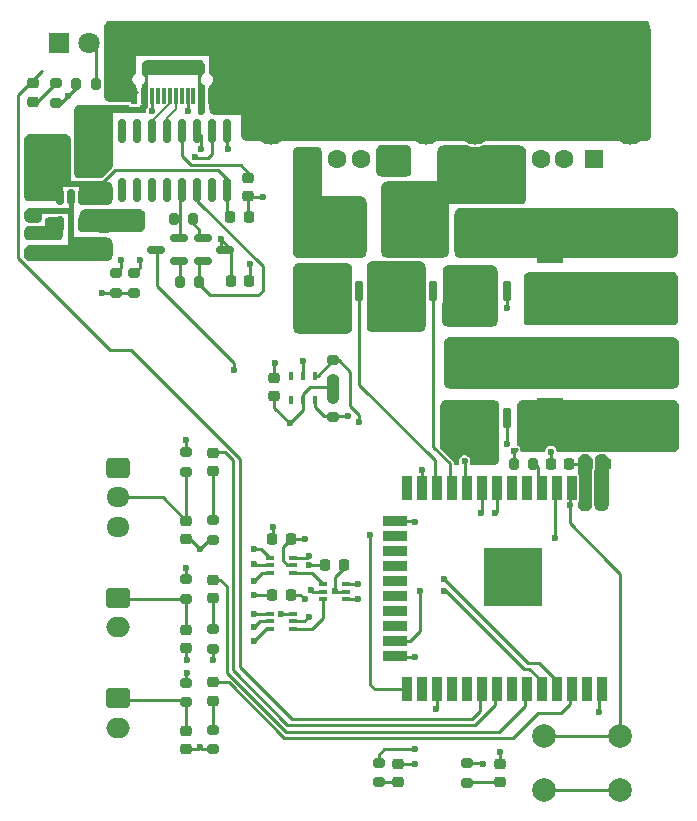
<source format=gbr>
G04 #@! TF.GenerationSoftware,KiCad,Pcbnew,(5.99.0-9218-g05b559c9dc)*
G04 #@! TF.CreationDate,2021-05-17T00:15:44+02:00*
G04 #@! TF.ProjectId,Self_Watering_Plant,53656c66-5f57-4617-9465-72696e675f50,rev?*
G04 #@! TF.SameCoordinates,Original*
G04 #@! TF.FileFunction,Copper,L1,Top*
G04 #@! TF.FilePolarity,Positive*
%FSLAX46Y46*%
G04 Gerber Fmt 4.6, Leading zero omitted, Abs format (unit mm)*
G04 Created by KiCad (PCBNEW (5.99.0-9218-g05b559c9dc)) date 2021-05-17 00:15:44*
%MOMM*%
%LPD*%
G01*
G04 APERTURE LIST*
G04 Aperture macros list*
%AMRoundRect*
0 Rectangle with rounded corners*
0 $1 Rounding radius*
0 $2 $3 $4 $5 $6 $7 $8 $9 X,Y pos of 4 corners*
0 Add a 4 corners polygon primitive as box body*
4,1,4,$2,$3,$4,$5,$6,$7,$8,$9,$2,$3,0*
0 Add four circle primitives for the rounded corners*
1,1,$1+$1,$2,$3*
1,1,$1+$1,$4,$5*
1,1,$1+$1,$6,$7*
1,1,$1+$1,$8,$9*
0 Add four rect primitives between the rounded corners*
20,1,$1+$1,$2,$3,$4,$5,0*
20,1,$1+$1,$4,$5,$6,$7,0*
20,1,$1+$1,$6,$7,$8,$9,0*
20,1,$1+$1,$8,$9,$2,$3,0*%
G04 Aperture macros list end*
G04 #@! TA.AperFunction,SMDPad,CuDef*
%ADD10R,0.600000X1.450000*%
G04 #@! TD*
G04 #@! TA.AperFunction,SMDPad,CuDef*
%ADD11R,0.300000X1.450000*%
G04 #@! TD*
G04 #@! TA.AperFunction,ComponentPad*
%ADD12O,1.000000X2.100000*%
G04 #@! TD*
G04 #@! TA.AperFunction,ComponentPad*
%ADD13O,1.000000X1.600000*%
G04 #@! TD*
G04 #@! TA.AperFunction,SMDPad,CuDef*
%ADD14RoundRect,0.150000X-0.587500X-0.150000X0.587500X-0.150000X0.587500X0.150000X-0.587500X0.150000X0*%
G04 #@! TD*
G04 #@! TA.AperFunction,SMDPad,CuDef*
%ADD15RoundRect,0.150000X0.587500X0.150000X-0.587500X0.150000X-0.587500X-0.150000X0.587500X-0.150000X0*%
G04 #@! TD*
G04 #@! TA.AperFunction,SMDPad,CuDef*
%ADD16RoundRect,0.200000X-0.275000X0.200000X-0.275000X-0.200000X0.275000X-0.200000X0.275000X0.200000X0*%
G04 #@! TD*
G04 #@! TA.AperFunction,SMDPad,CuDef*
%ADD17RoundRect,0.150000X-0.150000X0.825000X-0.150000X-0.825000X0.150000X-0.825000X0.150000X0.825000X0*%
G04 #@! TD*
G04 #@! TA.AperFunction,SMDPad,CuDef*
%ADD18RoundRect,0.225000X-0.225000X-0.250000X0.225000X-0.250000X0.225000X0.250000X-0.225000X0.250000X0*%
G04 #@! TD*
G04 #@! TA.AperFunction,SMDPad,CuDef*
%ADD19RoundRect,0.225000X-0.250000X0.225000X-0.250000X-0.225000X0.250000X-0.225000X0.250000X0.225000X0*%
G04 #@! TD*
G04 #@! TA.AperFunction,SMDPad,CuDef*
%ADD20RoundRect,0.225000X0.225000X0.250000X-0.225000X0.250000X-0.225000X-0.250000X0.225000X-0.250000X0*%
G04 #@! TD*
G04 #@! TA.AperFunction,SMDPad,CuDef*
%ADD21RoundRect,0.218750X0.256250X-0.218750X0.256250X0.218750X-0.256250X0.218750X-0.256250X-0.218750X0*%
G04 #@! TD*
G04 #@! TA.AperFunction,ComponentPad*
%ADD22R,1.600000X1.500000*%
G04 #@! TD*
G04 #@! TA.AperFunction,ComponentPad*
%ADD23C,1.600000*%
G04 #@! TD*
G04 #@! TA.AperFunction,ComponentPad*
%ADD24C,3.000000*%
G04 #@! TD*
G04 #@! TA.AperFunction,SMDPad,CuDef*
%ADD25RoundRect,0.200000X-0.200000X-0.275000X0.200000X-0.275000X0.200000X0.275000X-0.200000X0.275000X0*%
G04 #@! TD*
G04 #@! TA.AperFunction,SMDPad,CuDef*
%ADD26RoundRect,0.200000X0.200000X0.275000X-0.200000X0.275000X-0.200000X-0.275000X0.200000X-0.275000X0*%
G04 #@! TD*
G04 #@! TA.AperFunction,ComponentPad*
%ADD27C,2.000000*%
G04 #@! TD*
G04 #@! TA.AperFunction,ComponentPad*
%ADD28RoundRect,0.250000X-0.750000X0.600000X-0.750000X-0.600000X0.750000X-0.600000X0.750000X0.600000X0*%
G04 #@! TD*
G04 #@! TA.AperFunction,ComponentPad*
%ADD29O,2.000000X1.700000*%
G04 #@! TD*
G04 #@! TA.AperFunction,ComponentPad*
%ADD30RoundRect,0.250000X-0.725000X0.600000X-0.725000X-0.600000X0.725000X-0.600000X0.725000X0.600000X0*%
G04 #@! TD*
G04 #@! TA.AperFunction,ComponentPad*
%ADD31O,1.950000X1.700000*%
G04 #@! TD*
G04 #@! TA.AperFunction,SMDPad,CuDef*
%ADD32RoundRect,0.200000X0.275000X-0.200000X0.275000X0.200000X-0.275000X0.200000X-0.275000X-0.200000X0*%
G04 #@! TD*
G04 #@! TA.AperFunction,SMDPad,CuDef*
%ADD33RoundRect,0.150000X-0.150000X0.512500X-0.150000X-0.512500X0.150000X-0.512500X0.150000X0.512500X0*%
G04 #@! TD*
G04 #@! TA.AperFunction,SMDPad,CuDef*
%ADD34R,0.900000X2.000000*%
G04 #@! TD*
G04 #@! TA.AperFunction,SMDPad,CuDef*
%ADD35R,2.000000X0.900000*%
G04 #@! TD*
G04 #@! TA.AperFunction,SMDPad,CuDef*
%ADD36R,5.000000X5.000000*%
G04 #@! TD*
G04 #@! TA.AperFunction,SMDPad,CuDef*
%ADD37RoundRect,0.150000X0.150000X-0.725000X0.150000X0.725000X-0.150000X0.725000X-0.150000X-0.725000X0*%
G04 #@! TD*
G04 #@! TA.AperFunction,SMDPad,CuDef*
%ADD38RoundRect,0.250000X0.312500X1.450000X-0.312500X1.450000X-0.312500X-1.450000X0.312500X-1.450000X0*%
G04 #@! TD*
G04 #@! TA.AperFunction,SMDPad,CuDef*
%ADD39R,0.400000X0.775000*%
G04 #@! TD*
G04 #@! TA.AperFunction,SMDPad,CuDef*
%ADD40R,2.300000X2.500000*%
G04 #@! TD*
G04 #@! TA.AperFunction,SMDPad,CuDef*
%ADD41R,0.650000X0.400000*%
G04 #@! TD*
G04 #@! TA.AperFunction,ComponentPad*
%ADD42R,1.800000X1.800000*%
G04 #@! TD*
G04 #@! TA.AperFunction,ComponentPad*
%ADD43C,1.800000*%
G04 #@! TD*
G04 #@! TA.AperFunction,SMDPad,CuDef*
%ADD44RoundRect,0.225000X0.250000X-0.225000X0.250000X0.225000X-0.250000X0.225000X-0.250000X-0.225000X0*%
G04 #@! TD*
G04 #@! TA.AperFunction,ViaPad*
%ADD45C,0.600000*%
G04 #@! TD*
G04 #@! TA.AperFunction,Conductor*
%ADD46C,0.250000*%
G04 #@! TD*
G04 #@! TA.AperFunction,Conductor*
%ADD47C,1.000000*%
G04 #@! TD*
G04 #@! TA.AperFunction,Conductor*
%ADD48C,0.200000*%
G04 #@! TD*
G04 APERTURE END LIST*
D10*
X124850000Y-77545000D03*
X125650000Y-77545000D03*
X130550000Y-77545000D03*
X131350000Y-77545000D03*
X131350000Y-77545000D03*
X130550000Y-77545000D03*
X125650000Y-77545000D03*
X124850000Y-77545000D03*
D11*
X129850000Y-77545000D03*
X129350000Y-77545000D03*
X128850000Y-77545000D03*
X127850000Y-77545000D03*
X127350000Y-77545000D03*
X126850000Y-77545000D03*
X126350000Y-77545000D03*
X128350000Y-77545000D03*
D12*
X123780000Y-76630000D03*
X132420000Y-76630000D03*
D13*
X132420000Y-72450000D03*
X123780000Y-72450000D03*
D14*
X130662500Y-89575000D03*
X130662500Y-91475000D03*
X132537500Y-90525000D03*
D15*
X128587500Y-91475000D03*
X128587500Y-89575000D03*
X126712500Y-90525000D03*
D16*
X131500000Y-131175000D03*
X131500000Y-132825000D03*
X131500000Y-122675000D03*
X131500000Y-124325000D03*
D17*
X132695000Y-80525000D03*
X131425000Y-80525000D03*
X130155000Y-80525000D03*
X128885000Y-80525000D03*
X127615000Y-80525000D03*
X126345000Y-80525000D03*
X125075000Y-80525000D03*
X123805000Y-80525000D03*
X123805000Y-85475000D03*
X125075000Y-85475000D03*
X126345000Y-85475000D03*
X127615000Y-85475000D03*
X128885000Y-85475000D03*
X130155000Y-85475000D03*
X131425000Y-85475000D03*
X132695000Y-85475000D03*
D18*
X132975000Y-87750000D03*
X134525000Y-87750000D03*
D19*
X134500000Y-84475000D03*
X134500000Y-86025000D03*
D18*
X163225000Y-108650000D03*
X164775000Y-108650000D03*
D20*
X161675000Y-108650000D03*
X160125000Y-108650000D03*
D18*
X133037500Y-93150000D03*
X134587500Y-93150000D03*
D21*
X131500000Y-128750000D03*
X131500000Y-127175000D03*
X131500000Y-120037500D03*
X131500000Y-118462500D03*
D22*
X146500000Y-82860000D03*
D23*
X144000000Y-82860000D03*
X142000000Y-82860000D03*
X139500000Y-82860000D03*
D24*
X136430000Y-80150000D03*
X149570000Y-80150000D03*
D25*
X128175000Y-87925000D03*
X129825000Y-87925000D03*
D26*
X130325000Y-93275000D03*
X128675000Y-93275000D03*
X158625000Y-108650000D03*
X156975000Y-108650000D03*
D16*
X141700000Y-103012500D03*
X141700000Y-104662500D03*
D27*
X167750000Y-95250000D03*
X167750000Y-90250000D03*
X167750000Y-105250000D03*
X167750000Y-100250000D03*
D22*
X163750000Y-82860000D03*
D23*
X161250000Y-82860000D03*
X159250000Y-82860000D03*
X156750000Y-82860000D03*
D24*
X153680000Y-80150000D03*
X166820000Y-80150000D03*
D28*
X123450000Y-120000000D03*
D29*
X123450000Y-122500000D03*
D28*
X123450000Y-128500000D03*
D29*
X123450000Y-131000000D03*
D30*
X123450000Y-109000000D03*
D31*
X123450000Y-111500000D03*
X123450000Y-114000000D03*
D19*
X129250000Y-131250000D03*
X129250000Y-132800000D03*
D32*
X153000000Y-135675000D03*
X153000000Y-134025000D03*
D33*
X120450000Y-86112500D03*
X119500000Y-86112500D03*
X118550000Y-86112500D03*
X118550000Y-88387500D03*
X120450000Y-88387500D03*
D27*
X159500000Y-136250000D03*
X166000000Y-136250000D03*
X166000000Y-131750000D03*
X159500000Y-131750000D03*
D16*
X131500000Y-113425000D03*
X131500000Y-115075000D03*
D34*
X164405000Y-110750000D03*
X163135000Y-110750000D03*
X161865000Y-110750000D03*
X160595000Y-110750000D03*
X159325000Y-110750000D03*
X158055000Y-110750000D03*
X156785000Y-110750000D03*
X155515000Y-110750000D03*
X154245000Y-110750000D03*
X152975000Y-110750000D03*
X151705000Y-110750000D03*
X150435000Y-110750000D03*
X149165000Y-110750000D03*
X147895000Y-110750000D03*
D35*
X146895000Y-113535000D03*
X146895000Y-114805000D03*
X146895000Y-116075000D03*
X146895000Y-117345000D03*
X146895000Y-118615000D03*
X146895000Y-119885000D03*
X146895000Y-121155000D03*
X146895000Y-122425000D03*
X146895000Y-123695000D03*
X146895000Y-124965000D03*
D34*
X147895000Y-127750000D03*
X149165000Y-127750000D03*
X150435000Y-127750000D03*
X151705000Y-127750000D03*
X152975000Y-127750000D03*
X154245000Y-127750000D03*
X155515000Y-127750000D03*
X156785000Y-127750000D03*
X158055000Y-127750000D03*
X159325000Y-127750000D03*
X160595000Y-127750000D03*
X161865000Y-127750000D03*
X163135000Y-127750000D03*
X164405000Y-127750000D03*
D36*
X156905000Y-118250000D03*
D21*
X155800000Y-135637500D03*
X155800000Y-134062500D03*
D19*
X116250000Y-85975000D03*
X116250000Y-87525000D03*
D20*
X142575000Y-117250000D03*
X141025000Y-117250000D03*
X138075000Y-119750000D03*
X136525000Y-119750000D03*
D16*
X118250000Y-76425000D03*
X118250000Y-78075000D03*
D37*
X146345000Y-94075000D03*
X147615000Y-94075000D03*
X148885000Y-94075000D03*
X150155000Y-94075000D03*
X150155000Y-88925000D03*
X148885000Y-88925000D03*
X147615000Y-88925000D03*
X146345000Y-88925000D03*
D32*
X124850000Y-94175000D03*
X124850000Y-92525000D03*
D21*
X147200000Y-135637500D03*
X147200000Y-134062500D03*
D19*
X116250000Y-89225000D03*
X116250000Y-90775000D03*
D38*
X120637500Y-82500000D03*
X116362500Y-82500000D03*
D39*
X138100000Y-103250000D03*
X139100000Y-103250000D03*
X140100000Y-103250000D03*
X140100000Y-101250000D03*
X139100000Y-101250000D03*
X138100000Y-101250000D03*
D40*
X160000000Y-104400000D03*
X160000000Y-100100000D03*
D16*
X129250000Y-127200000D03*
X129250000Y-128850000D03*
D26*
X121575000Y-76500000D03*
X119925000Y-76500000D03*
D19*
X129250000Y-122725000D03*
X129250000Y-124275000D03*
D41*
X140850000Y-118850000D03*
X140850000Y-119500000D03*
X140850000Y-120150000D03*
X142750000Y-120150000D03*
X142750000Y-119500000D03*
X142750000Y-118850000D03*
D42*
X118475000Y-73000000D03*
D43*
X121015000Y-73000000D03*
D40*
X160000000Y-94650000D03*
X160000000Y-90350000D03*
D16*
X129250000Y-107675000D03*
X129250000Y-109325000D03*
D20*
X138075000Y-115000000D03*
X136525000Y-115000000D03*
D16*
X129250000Y-118425000D03*
X129250000Y-120075000D03*
D37*
X152595000Y-104825000D03*
X153865000Y-104825000D03*
X155135000Y-104825000D03*
X156405000Y-104825000D03*
X156405000Y-99675000D03*
X155135000Y-99675000D03*
X153865000Y-99675000D03*
X152595000Y-99675000D03*
D19*
X122250000Y-88725000D03*
X122250000Y-90275000D03*
D32*
X145550000Y-135625000D03*
X145550000Y-133975000D03*
D19*
X129250000Y-113475000D03*
X129250000Y-115025000D03*
D32*
X141700000Y-101562500D03*
X141700000Y-99912500D03*
D41*
X136350000Y-116600000D03*
X136350000Y-117250000D03*
X136350000Y-117900000D03*
X138250000Y-117900000D03*
X138250000Y-117250000D03*
X138250000Y-116600000D03*
D37*
X140095000Y-94075000D03*
X141365000Y-94075000D03*
X142635000Y-94075000D03*
X143905000Y-94075000D03*
X143905000Y-88925000D03*
X142635000Y-88925000D03*
X141365000Y-88925000D03*
X140095000Y-88925000D03*
D44*
X136700000Y-102925000D03*
X136700000Y-101375000D03*
D21*
X131500000Y-109287500D03*
X131500000Y-107712500D03*
D41*
X136350000Y-121350000D03*
X136350000Y-122000000D03*
X136350000Y-122650000D03*
X138250000Y-122650000D03*
X138250000Y-122000000D03*
X138250000Y-121350000D03*
D32*
X123300000Y-94175000D03*
X123300000Y-92525000D03*
D21*
X116250000Y-78037500D03*
X116250000Y-76462500D03*
D37*
X152595000Y-94075000D03*
X153865000Y-94075000D03*
X155135000Y-94075000D03*
X156405000Y-94075000D03*
X156405000Y-88925000D03*
X155135000Y-88925000D03*
X153865000Y-88925000D03*
X152595000Y-88925000D03*
D45*
X161700000Y-112150000D03*
X132150000Y-89650000D03*
X144800000Y-114650000D03*
X133300000Y-100750000D03*
X121750000Y-87500000D03*
X129200000Y-117450000D03*
X129300000Y-126350000D03*
X139300000Y-120150000D03*
X148600000Y-134050000D03*
X123000000Y-87500000D03*
X138000000Y-105250000D03*
X129200000Y-106650000D03*
X125500000Y-87500000D03*
X163000000Y-112250000D03*
X124250000Y-87500000D03*
X141800000Y-119450000D03*
X139600000Y-121650000D03*
X139300000Y-115000000D03*
X141000000Y-92250000D03*
X164250000Y-112250000D03*
X142500000Y-96750000D03*
X135000000Y-119750000D03*
X139800000Y-119350000D03*
X154400000Y-134050000D03*
X155000000Y-116250000D03*
X141000000Y-96750000D03*
X129300000Y-125250000D03*
X120500000Y-91000000D03*
X145500000Y-92250000D03*
X134600000Y-91750000D03*
X119250000Y-77500000D03*
X148600000Y-113550000D03*
X155000000Y-96550000D03*
X152000000Y-106750000D03*
X152000000Y-96550000D03*
X155000000Y-106750000D03*
X135000000Y-117150000D03*
X153500000Y-92250000D03*
X147000000Y-96750000D03*
X135000000Y-122450000D03*
X130400000Y-132650000D03*
X139500000Y-96750000D03*
X142500000Y-92250000D03*
X139600000Y-117250000D03*
X132750000Y-82000000D03*
X164200000Y-129650000D03*
X158500000Y-120250000D03*
X160100000Y-107650000D03*
X148500000Y-96750000D03*
X155000000Y-92250000D03*
X155000000Y-118250000D03*
X157000000Y-107550000D03*
X148500000Y-92250000D03*
X136750000Y-100150000D03*
X147000000Y-92250000D03*
X122100000Y-94175000D03*
X119250000Y-91000000D03*
X136600000Y-114050000D03*
X158500000Y-118250000D03*
X153500000Y-106750000D03*
X139500000Y-92250000D03*
X145500000Y-96750000D03*
X118000000Y-91000000D03*
X139100000Y-99950000D03*
X131500000Y-125250000D03*
X148600000Y-132850000D03*
X130400000Y-115850000D03*
X152000000Y-92250000D03*
X135712500Y-86037500D03*
X129950000Y-82650000D03*
X151100000Y-119450000D03*
X151100000Y-118450000D03*
X130500000Y-82050000D03*
X155400000Y-112850000D03*
X142900000Y-104650000D03*
X135000000Y-123650000D03*
X170400000Y-87550000D03*
X155500000Y-87250000D03*
X164900000Y-90550000D03*
X168900000Y-87550000D03*
X152500000Y-87250000D03*
X154000000Y-87250000D03*
X155500000Y-90750000D03*
X157000000Y-87250000D03*
X154000000Y-90750000D03*
X170400000Y-90550000D03*
X152500000Y-90750000D03*
X163400000Y-89050000D03*
X163400000Y-90550000D03*
X157000000Y-90750000D03*
X163400000Y-87550000D03*
X166400000Y-87550000D03*
X164900000Y-89050000D03*
X164900000Y-87550000D03*
X170400000Y-89050000D03*
X155800000Y-133050000D03*
X150400000Y-129450000D03*
X163500000Y-106750000D03*
X166500000Y-106750000D03*
X164900000Y-93550000D03*
X117750000Y-82750000D03*
X169000000Y-103750000D03*
X166400000Y-93550000D03*
X164900000Y-95050000D03*
X165000000Y-103750000D03*
X163500000Y-103750000D03*
X170400000Y-96550000D03*
X163500000Y-105250000D03*
X163400000Y-95050000D03*
X119000000Y-81500000D03*
X170400000Y-93550000D03*
X168900000Y-93550000D03*
X117750000Y-84000000D03*
X166500000Y-103750000D03*
X117750000Y-85250000D03*
X164900000Y-96550000D03*
X170500000Y-106750000D03*
X163400000Y-96550000D03*
X165000000Y-106750000D03*
X165000000Y-105250000D03*
X170500000Y-105250000D03*
X169000000Y-106750000D03*
X119000000Y-82750000D03*
X119000000Y-84000000D03*
X163400000Y-93550000D03*
X117750000Y-81500000D03*
X170400000Y-95050000D03*
X170500000Y-103750000D03*
X129350000Y-78800000D03*
X125300000Y-91450000D03*
X156405000Y-95500000D03*
X152800000Y-108450000D03*
X149200000Y-109150000D03*
X156405000Y-106945000D03*
X125900000Y-75050000D03*
X130500000Y-78750000D03*
X130300000Y-75050000D03*
X122250000Y-78750000D03*
X120750000Y-78750000D03*
X148600000Y-125050000D03*
X139600000Y-116450000D03*
X137300000Y-121350000D03*
X154200000Y-112850000D03*
X143900000Y-105150000D03*
X160500000Y-114950000D03*
X143800000Y-120150000D03*
X149000000Y-119450000D03*
X143800000Y-118850000D03*
X135000000Y-121350000D03*
X135000000Y-115850000D03*
X135000000Y-118550000D03*
X155000000Y-101250000D03*
X166400000Y-98550000D03*
X164900000Y-100050000D03*
X164900000Y-101550000D03*
X156500000Y-98250000D03*
X153500000Y-98250000D03*
X155000000Y-98250000D03*
X170400000Y-100050000D03*
X156500000Y-101250000D03*
X163400000Y-101550000D03*
X168900000Y-98550000D03*
X163400000Y-100050000D03*
X170400000Y-101550000D03*
X170400000Y-98550000D03*
X153500000Y-101250000D03*
X163400000Y-98550000D03*
X164900000Y-98550000D03*
X150000000Y-86250000D03*
X153000000Y-83750000D03*
X148500000Y-90750000D03*
X147000000Y-86250000D03*
X154500000Y-83750000D03*
X148500000Y-86250000D03*
X147000000Y-90750000D03*
X150000000Y-90750000D03*
X151500000Y-83750000D03*
X142500000Y-86750000D03*
X139500000Y-90750000D03*
X141000000Y-86750000D03*
X141000000Y-90750000D03*
X142500000Y-90750000D03*
X139500000Y-86750000D03*
X123700000Y-91450000D03*
X126350000Y-78800000D03*
D46*
X126350000Y-78800000D02*
X126350000Y-77170000D01*
X129350000Y-78800000D02*
X129350000Y-77170000D01*
X166000000Y-118000000D02*
X165125000Y-117125000D01*
X132150000Y-89650000D02*
X133025000Y-90525000D01*
X133025000Y-90525000D02*
X133025000Y-93150000D01*
X132150000Y-90325000D02*
X132350000Y-90525000D01*
X161715000Y-110750000D02*
X161715000Y-113715000D01*
X132150000Y-89650000D02*
X132150000Y-90325000D01*
X159500000Y-131750000D02*
X166000000Y-131750000D01*
X166000000Y-131750000D02*
X166000000Y-118000000D01*
X161715000Y-113715000D02*
X165125000Y-117125000D01*
X135700000Y-91950000D02*
X135700000Y-94000000D01*
X130155000Y-86405000D02*
X135700000Y-91950000D01*
X135700000Y-94000000D02*
X135350000Y-94350000D01*
X130325000Y-93425000D02*
X130325000Y-93275000D01*
X130350000Y-91475000D02*
X130350000Y-93212500D01*
X135350000Y-94350000D02*
X131250000Y-94350000D01*
X131250000Y-94350000D02*
X130325000Y-93425000D01*
X130155000Y-85475000D02*
X130155000Y-86405000D01*
X130350000Y-93212500D02*
X130287500Y-93275000D01*
X129787500Y-87925000D02*
X129787500Y-88312500D01*
X130350000Y-88875000D02*
X130350000Y-89575000D01*
X129787500Y-88312500D02*
X130350000Y-88875000D01*
X126750000Y-90525000D02*
X126750000Y-91775000D01*
X126750000Y-93600000D02*
X126750000Y-91775000D01*
X144800000Y-127350000D02*
X145200000Y-127750000D01*
X133300000Y-100150000D02*
X126750000Y-93600000D01*
X133300000Y-100750000D02*
X133300000Y-100150000D01*
X144800000Y-114650000D02*
X144800000Y-127350000D01*
X145200000Y-127750000D02*
X147745000Y-127750000D01*
X128750000Y-85610000D02*
X128885000Y-85475000D01*
X128212500Y-87925000D02*
X128750000Y-87925000D01*
X128750000Y-87925000D02*
X128750000Y-85610000D01*
X128575000Y-87925000D02*
X128750000Y-87750000D01*
X128750000Y-87925000D02*
X128750000Y-87750000D01*
X128750000Y-87750000D02*
X128750000Y-87650000D01*
X128212500Y-87925000D02*
X128575000Y-87925000D01*
X128750000Y-89575000D02*
X128750000Y-87925000D01*
X128750000Y-93237500D02*
X128712500Y-93275000D01*
X128750000Y-91475000D02*
X128750000Y-93237500D01*
X136700000Y-103950000D02*
X136700000Y-102925000D01*
D47*
X141700000Y-102150000D02*
X141700000Y-103050000D01*
D46*
X148587500Y-134062500D02*
X148600000Y-134050000D01*
X137800000Y-117250000D02*
X137400000Y-116850000D01*
X138900000Y-119750000D02*
X139300000Y-120150000D01*
X139100000Y-104150000D02*
X139100000Y-103250000D01*
X139700000Y-102150000D02*
X141700000Y-102150000D01*
X139100000Y-102750000D02*
X139700000Y-102150000D01*
X147200000Y-134062500D02*
X148587500Y-134062500D01*
X162985000Y-112235000D02*
X162985000Y-110750000D01*
X129250000Y-117500000D02*
X129250000Y-118425000D01*
X141800000Y-119450000D02*
X141800000Y-118250000D01*
X142575000Y-117475000D02*
X142575000Y-117250000D01*
X138250000Y-122000000D02*
X139250000Y-122000000D01*
X129300000Y-126350000D02*
X129250000Y-126400000D01*
X138075000Y-119750000D02*
X138900000Y-119750000D01*
X138000000Y-105250000D02*
X139100000Y-104150000D01*
X138000000Y-105250000D02*
X136700000Y-103950000D01*
X138250000Y-117250000D02*
X137800000Y-117250000D01*
X129250000Y-126400000D02*
X129250000Y-127200000D01*
X139250000Y-122000000D02*
X139600000Y-121650000D01*
X141850000Y-119500000D02*
X142750000Y-119500000D01*
X137400000Y-116850000D02*
X137400000Y-115675000D01*
X141800000Y-118250000D02*
X142575000Y-117475000D01*
X138075000Y-115000000D02*
X139300000Y-115000000D01*
X129200000Y-117450000D02*
X129250000Y-117500000D01*
X129250000Y-106700000D02*
X129250000Y-107675000D01*
X137400000Y-115675000D02*
X138075000Y-115000000D01*
X139100000Y-103787500D02*
X139100000Y-103250000D01*
X163000000Y-112250000D02*
X162985000Y-112235000D01*
D47*
X141700000Y-101562500D02*
X141700000Y-102150000D01*
D46*
X161687500Y-108650000D02*
X163212500Y-108650000D01*
X141800000Y-119450000D02*
X141850000Y-119500000D01*
X139100000Y-103250000D02*
X139100000Y-102750000D01*
X129200000Y-106650000D02*
X129250000Y-106700000D01*
X161000000Y-129750000D02*
X161715000Y-129035000D01*
X155900000Y-131850000D02*
X156900000Y-131850000D01*
X155900000Y-131850000D02*
X137500000Y-131850000D01*
X156900000Y-131850000D02*
X159000000Y-129750000D01*
X161715000Y-129035000D02*
X161715000Y-127750000D01*
X137500000Y-131850000D02*
X132825000Y-127175000D01*
X161715000Y-127750000D02*
X161700000Y-127765000D01*
X156000000Y-131850000D02*
X155900000Y-131850000D01*
X132825000Y-127175000D02*
X131500000Y-127175000D01*
X159000000Y-129750000D02*
X161000000Y-129750000D01*
X131500000Y-131212500D02*
X131500000Y-128750000D01*
X129575000Y-115025000D02*
X130400000Y-115850000D01*
X136750000Y-100150000D02*
X136650000Y-100050000D01*
X131150000Y-77170000D02*
X131855000Y-77170000D01*
X119500000Y-86112500D02*
X119500000Y-86750000D01*
X136750000Y-100150000D02*
X136700000Y-100200000D01*
X119925000Y-76825000D02*
X119925000Y-76500000D01*
X131855000Y-77170000D02*
X132420000Y-76605000D01*
X157000000Y-107550000D02*
X157012500Y-107562500D01*
X157000000Y-107550000D02*
X157100000Y-107550000D01*
X118675000Y-78075000D02*
X118250000Y-78075000D01*
X129250000Y-115025000D02*
X129575000Y-115025000D01*
X129300000Y-125250000D02*
X129250000Y-125200000D01*
X134500000Y-86037500D02*
X135712500Y-86037500D01*
X136350000Y-117250000D02*
X135100000Y-117250000D01*
X145550000Y-133975000D02*
X145550000Y-133300000D01*
X130250000Y-132800000D02*
X130400000Y-132650000D01*
X130537500Y-132787500D02*
X130400000Y-132650000D01*
X132695000Y-81945000D02*
X132695000Y-80525000D01*
X153000000Y-134025000D02*
X154375000Y-134025000D01*
X132750000Y-82000000D02*
X132695000Y-81945000D01*
X146000000Y-132850000D02*
X148600000Y-132850000D01*
X131175000Y-115075000D02*
X130400000Y-115850000D01*
X125050000Y-77170000D02*
X124345000Y-77170000D01*
X159500000Y-136250000D02*
X166000000Y-136250000D01*
X136350000Y-122000000D02*
X135450000Y-122000000D01*
X116525000Y-87250000D02*
X116250000Y-87525000D01*
X157100000Y-107550000D02*
X157200000Y-107450000D01*
X136700000Y-100200000D02*
X136700000Y-101375000D01*
X164255000Y-112245000D02*
X164255000Y-110750000D01*
X129250000Y-132800000D02*
X130250000Y-132800000D01*
X164200000Y-129650000D02*
X164200000Y-127560000D01*
X160100000Y-107650000D02*
X160112500Y-107662500D01*
X122100000Y-94175000D02*
X122125000Y-94175000D01*
X134500000Y-87712500D02*
X134537500Y-87750000D01*
X131500000Y-115075000D02*
X131175000Y-115075000D01*
X129250000Y-125200000D02*
X129250000Y-124275000D01*
X139950000Y-119500000D02*
X139800000Y-119350000D01*
X131500000Y-124287500D02*
X131500000Y-125250000D01*
X131500000Y-132787500D02*
X130537500Y-132787500D01*
X119250000Y-77500000D02*
X119925000Y-76825000D01*
X119250000Y-77500000D02*
X118675000Y-78075000D01*
X157012500Y-107562500D02*
X157012500Y-108650000D01*
X139100000Y-100887500D02*
X139100000Y-99950000D01*
X148600000Y-113550000D02*
X148585000Y-113535000D01*
X135100000Y-117250000D02*
X135000000Y-117150000D01*
X145550000Y-133300000D02*
X146000000Y-132850000D01*
X154375000Y-134025000D02*
X154400000Y-134050000D01*
X134600000Y-93150000D02*
X134600000Y-91750000D01*
X124345000Y-77170000D02*
X123780000Y-76605000D01*
X164200000Y-127560000D02*
X164255000Y-127505000D01*
X141025000Y-117250000D02*
X139600000Y-117250000D01*
X124850000Y-94175000D02*
X122100000Y-94175000D01*
X164250000Y-112250000D02*
X164255000Y-112245000D01*
X122125000Y-94175000D02*
X122200000Y-94250000D01*
X136600000Y-114925000D02*
X136525000Y-115000000D01*
X148585000Y-113535000D02*
X146745000Y-113535000D01*
X134500000Y-86037500D02*
X134500000Y-87712500D01*
X140850000Y-119500000D02*
X139950000Y-119500000D01*
X135450000Y-122000000D02*
X135000000Y-122450000D01*
X135712500Y-86037500D02*
X135750000Y-86000000D01*
X160112500Y-107662500D02*
X160112500Y-108650000D01*
X136600000Y-114050000D02*
X136600000Y-114925000D01*
X136525000Y-119750000D02*
X135000000Y-119750000D01*
X131512500Y-124200000D02*
X131500000Y-124200000D01*
X157905000Y-129145000D02*
X157905000Y-127750000D01*
X132112500Y-118462500D02*
X132700000Y-119050000D01*
X132700000Y-119050000D02*
X132700000Y-126350000D01*
X137700000Y-131350000D02*
X155700000Y-131350000D01*
X155700000Y-131350000D02*
X157905000Y-129145000D01*
X132700000Y-126350000D02*
X137700000Y-131350000D01*
X131500000Y-118462500D02*
X132112500Y-118462500D01*
X131500000Y-122712500D02*
X131500000Y-120037500D01*
X133850000Y-83350000D02*
X129600000Y-83350000D01*
X134500000Y-84000000D02*
X133850000Y-83350000D01*
X128885000Y-82635000D02*
X128885000Y-80525000D01*
X134500000Y-84462500D02*
X134500000Y-84000000D01*
X129600000Y-83350000D02*
X128885000Y-82635000D01*
X157800000Y-126050000D02*
X158300000Y-126050000D01*
X131050000Y-82800000D02*
X131425000Y-82425000D01*
X158300000Y-126050000D02*
X159175000Y-126925000D01*
X151100000Y-119450000D02*
X151200000Y-119450000D01*
X131425000Y-82425000D02*
X131425000Y-80525000D01*
X130100000Y-82800000D02*
X131050000Y-82800000D01*
X159175000Y-126925000D02*
X159175000Y-127750000D01*
X129950000Y-82650000D02*
X130100000Y-82800000D01*
X151200000Y-119450000D02*
X157800000Y-126050000D01*
X130500000Y-80870000D02*
X130155000Y-80525000D01*
X159100000Y-125550000D02*
X160445000Y-126895000D01*
X151100000Y-118450000D02*
X158200000Y-125550000D01*
X158200000Y-125550000D02*
X159100000Y-125550000D01*
X130500000Y-82050000D02*
X130500000Y-80870000D01*
X160445000Y-126895000D02*
X160445000Y-127750000D01*
X159000000Y-110575000D02*
X159175000Y-110750000D01*
X159000000Y-108962500D02*
X159000000Y-110575000D01*
X158587500Y-108550000D02*
X159000000Y-108962500D01*
X131500000Y-109287500D02*
X131500000Y-113425000D01*
X140100000Y-103787500D02*
X140100000Y-103250000D01*
X155515000Y-112735000D02*
X155400000Y-112850000D01*
X140100000Y-103850000D02*
X140100000Y-103250000D01*
X155515000Y-110750000D02*
X155515000Y-112735000D01*
X140875000Y-104625000D02*
X140100000Y-103850000D01*
X141700000Y-104625000D02*
X140875000Y-104625000D01*
X142875000Y-104625000D02*
X141700000Y-104625000D01*
X142900000Y-104650000D02*
X142875000Y-104625000D01*
X135000000Y-123650000D02*
X136000000Y-122650000D01*
X123600000Y-128650000D02*
X129050000Y-128650000D01*
X136000000Y-122650000D02*
X136350000Y-122650000D01*
X129250000Y-131250000D02*
X129250000Y-128850000D01*
X129050000Y-128650000D02*
X129250000Y-128850000D01*
X123450000Y-128500000D02*
X123600000Y-128650000D01*
X155800000Y-133050000D02*
X155800000Y-134062500D01*
X150435000Y-127550000D02*
X150435000Y-129415000D01*
X150435000Y-129415000D02*
X150400000Y-129450000D01*
D48*
X126345000Y-79655000D02*
X126345000Y-80525000D01*
X127850000Y-77170000D02*
X127850000Y-78150000D01*
X127850000Y-78150000D02*
X126345000Y-79655000D01*
X127615000Y-80525000D02*
X127615000Y-79385000D01*
X128350000Y-78650000D02*
X128350000Y-77170000D01*
X127615000Y-79385000D02*
X128350000Y-78650000D01*
D46*
X116637500Y-78037500D02*
X118250000Y-76425000D01*
X116250000Y-78037500D02*
X116637500Y-78037500D01*
X132695000Y-85475000D02*
X132695000Y-84545000D01*
X131950000Y-83800000D02*
X123200000Y-83800000D01*
X132695000Y-84545000D02*
X131950000Y-83800000D01*
X122000000Y-86000000D02*
X121887500Y-86112500D01*
X132700000Y-85480000D02*
X132695000Y-85475000D01*
X132962500Y-87750000D02*
X132700000Y-87487500D01*
X122000000Y-85000000D02*
X122000000Y-86000000D01*
X121887500Y-86112500D02*
X120450000Y-86112500D01*
X132700000Y-87487500D02*
X132700000Y-85480000D01*
X123200000Y-83800000D02*
X122000000Y-85000000D01*
X147200000Y-135637500D02*
X145562500Y-135637500D01*
X145562500Y-135637500D02*
X145550000Y-135625000D01*
X125300000Y-92075000D02*
X125300000Y-91450000D01*
X124850000Y-92525000D02*
X125300000Y-92075000D01*
X155800000Y-135637500D02*
X153037500Y-135637500D01*
X153037500Y-135637500D02*
X153000000Y-135675000D01*
X150285000Y-110750000D02*
X150285000Y-109835000D01*
X143905000Y-96845000D02*
X143905000Y-101955000D01*
X150285000Y-108335000D02*
X150285000Y-110750000D01*
X143905000Y-97130000D02*
X143905000Y-96845000D01*
X143905000Y-101955000D02*
X150285000Y-108335000D01*
X143905000Y-96845000D02*
X143905000Y-94075000D01*
X151555000Y-110750000D02*
X151555000Y-108605000D01*
X150155000Y-107205000D02*
X150155000Y-94075000D01*
X151555000Y-108605000D02*
X150155000Y-107205000D01*
X156405000Y-95500000D02*
X156500000Y-95595000D01*
X152800000Y-108450000D02*
X152825000Y-108475000D01*
X152825000Y-108475000D02*
X152825000Y-110750000D01*
X156405000Y-94075000D02*
X156405000Y-95500000D01*
X156405000Y-106945000D02*
X156405000Y-104825000D01*
X156405000Y-107045000D02*
X156405000Y-106945000D01*
X149200000Y-109150000D02*
X149165000Y-109185000D01*
X149165000Y-109185000D02*
X149165000Y-110750000D01*
X137800000Y-130750000D02*
X153700000Y-130750000D01*
X155400000Y-129050000D02*
X155400000Y-127785000D01*
X155400000Y-127785000D02*
X155365000Y-127750000D01*
X153700000Y-130750000D02*
X155400000Y-129050000D01*
X132500000Y-107650000D02*
X133200000Y-108350000D01*
X133200000Y-126150000D02*
X137800000Y-130750000D01*
X133200000Y-108350000D02*
X133200000Y-126150000D01*
X131562500Y-107650000D02*
X132500000Y-107650000D01*
X131500000Y-107712500D02*
X131562500Y-107650000D01*
X153400000Y-130250000D02*
X154095000Y-129555000D01*
X133800000Y-125850000D02*
X138200000Y-130250000D01*
X154095000Y-127750000D02*
X154000000Y-127655000D01*
X115000000Y-91250000D02*
X122800000Y-99050000D01*
X117050000Y-75400000D02*
X115000000Y-77450000D01*
X138200000Y-130250000D02*
X153400000Y-130250000D01*
X122800000Y-99050000D02*
X124600000Y-99050000D01*
X154095000Y-129555000D02*
X154095000Y-127750000D01*
X133800000Y-108250000D02*
X133800000Y-125850000D01*
X115000000Y-77450000D02*
X115000000Y-91250000D01*
X124600000Y-99050000D02*
X133800000Y-108250000D01*
X139450000Y-116600000D02*
X138250000Y-116600000D01*
X148600000Y-125050000D02*
X146830000Y-125050000D01*
X138250000Y-121350000D02*
X137300000Y-121350000D01*
X146830000Y-125050000D02*
X146745000Y-124965000D01*
X139600000Y-116450000D02*
X139450000Y-116600000D01*
X152750000Y-127675000D02*
X152825000Y-127750000D01*
X151555000Y-127750000D02*
X151500000Y-127695000D01*
X143100000Y-100850000D02*
X143100000Y-103750000D01*
X142162500Y-99912500D02*
X143100000Y-100850000D01*
X154245000Y-112805000D02*
X154245000Y-110750000D01*
X141700000Y-99912500D02*
X142162500Y-99912500D01*
X154200000Y-112850000D02*
X154245000Y-112805000D01*
X143900000Y-104550000D02*
X143900000Y-105150000D01*
X140362500Y-101250000D02*
X141700000Y-99912500D01*
X140100000Y-101250000D02*
X140362500Y-101250000D01*
X143100000Y-103750000D02*
X143900000Y-104550000D01*
X160445000Y-114895000D02*
X160445000Y-110750000D01*
X142750000Y-120150000D02*
X143800000Y-120150000D01*
X160500000Y-114950000D02*
X160445000Y-114895000D01*
X140850000Y-120150000D02*
X140800000Y-120200000D01*
X140800000Y-121750000D02*
X139900000Y-122650000D01*
X140800000Y-120200000D02*
X140800000Y-121750000D01*
X139900000Y-122650000D02*
X138250000Y-122650000D01*
X142750000Y-118850000D02*
X143800000Y-118850000D01*
X149000000Y-122850000D02*
X148155000Y-123695000D01*
X148155000Y-123695000D02*
X146745000Y-123695000D01*
X149000000Y-119450000D02*
X149000000Y-122850000D01*
X129250000Y-122725000D02*
X129250000Y-120075000D01*
X123450000Y-120000000D02*
X123525000Y-120075000D01*
X136350000Y-121350000D02*
X135000000Y-121350000D01*
X123525000Y-120075000D02*
X129250000Y-120075000D01*
X135000000Y-115850000D02*
X135600000Y-115850000D01*
X123450000Y-111500000D02*
X123500000Y-111450000D01*
X129250000Y-113475000D02*
X129250000Y-109325000D01*
X129300000Y-109375000D02*
X129250000Y-109325000D01*
X123450000Y-111500000D02*
X123850000Y-111500000D01*
X123450000Y-111500000D02*
X127275000Y-111500000D01*
X127275000Y-111500000D02*
X129250000Y-113475000D01*
X122750000Y-111500000D02*
X123450000Y-111500000D01*
X135600000Y-115850000D02*
X136350000Y-116600000D01*
X121575000Y-76500000D02*
X121575000Y-73560000D01*
X135650000Y-117900000D02*
X136350000Y-117900000D01*
X121575000Y-73560000D02*
X121015000Y-73000000D01*
X135000000Y-118550000D02*
X135650000Y-117900000D01*
X121015000Y-73250000D02*
X121015000Y-72765000D01*
X140850000Y-118850000D02*
X139900000Y-117900000D01*
X139900000Y-117900000D02*
X138250000Y-117900000D01*
X123300000Y-92525000D02*
X123700000Y-92125000D01*
X123700000Y-92125000D02*
X123700000Y-91450000D01*
G04 #@! TA.AperFunction,Conductor*
G36*
X118306433Y-87750847D02*
G01*
X118319560Y-87752575D01*
X118416487Y-87765336D01*
X118441451Y-87772025D01*
X118537957Y-87811999D01*
X118560339Y-87824921D01*
X118643213Y-87888513D01*
X118661487Y-87906787D01*
X118725079Y-87989661D01*
X118738001Y-88012043D01*
X118777975Y-88108549D01*
X118784664Y-88133513D01*
X118799153Y-88243566D01*
X118800000Y-88256488D01*
X118800000Y-89243512D01*
X118799153Y-89256434D01*
X118784664Y-89366487D01*
X118777975Y-89391451D01*
X118738001Y-89487957D01*
X118725079Y-89510339D01*
X118661487Y-89593213D01*
X118643213Y-89611487D01*
X118560339Y-89675079D01*
X118537957Y-89688001D01*
X118441451Y-89727975D01*
X118416487Y-89734664D01*
X118306434Y-89749153D01*
X118293512Y-89750000D01*
X116006488Y-89750000D01*
X115993566Y-89749153D01*
X115883513Y-89734664D01*
X115858549Y-89727975D01*
X115762043Y-89688001D01*
X115739661Y-89675079D01*
X115656787Y-89611487D01*
X115638513Y-89593213D01*
X115574921Y-89510339D01*
X115561999Y-89487957D01*
X115522025Y-89391451D01*
X115515336Y-89366487D01*
X115500847Y-89256434D01*
X115500000Y-89243512D01*
X115500000Y-89006488D01*
X115500847Y-88993566D01*
X115515336Y-88883513D01*
X115522025Y-88858549D01*
X115561999Y-88762043D01*
X115574921Y-88739661D01*
X115638513Y-88656787D01*
X115656787Y-88638513D01*
X115739661Y-88574921D01*
X115762043Y-88561999D01*
X115858549Y-88522025D01*
X115883513Y-88515336D01*
X115993566Y-88500847D01*
X116006488Y-88500000D01*
X117250000Y-88500000D01*
X117250000Y-88125000D01*
X117265901Y-88024608D01*
X117275472Y-87995150D01*
X117314500Y-87918553D01*
X117332706Y-87893494D01*
X117393494Y-87832706D01*
X117418553Y-87814500D01*
X117495150Y-87775472D01*
X117524608Y-87765901D01*
X117617304Y-87751219D01*
X117632791Y-87750000D01*
X118293512Y-87750000D01*
X118306433Y-87750847D01*
G37*
G04 #@! TD.AperFunction*
G04 #@! TA.AperFunction,Conductor*
G36*
X155256434Y-103250847D02*
G01*
X155366487Y-103265336D01*
X155391451Y-103272025D01*
X155487957Y-103311999D01*
X155510339Y-103324921D01*
X155593213Y-103388513D01*
X155611487Y-103406787D01*
X155675079Y-103489661D01*
X155688001Y-103512043D01*
X155727975Y-103608549D01*
X155734664Y-103633513D01*
X155749153Y-103743566D01*
X155750000Y-103756488D01*
X155750000Y-108243512D01*
X155749153Y-108256434D01*
X155734664Y-108366487D01*
X155727975Y-108391451D01*
X155688001Y-108487957D01*
X155675079Y-108510339D01*
X155611487Y-108593213D01*
X155593213Y-108611487D01*
X155510339Y-108675079D01*
X155487957Y-108688001D01*
X155391451Y-108727975D01*
X155366487Y-108734664D01*
X155256434Y-108749153D01*
X155243512Y-108750000D01*
X153368656Y-108750000D01*
X153310465Y-108731093D01*
X153274501Y-108681593D01*
X153274501Y-108620407D01*
X153277803Y-108612204D01*
X153278495Y-108610036D01*
X153281570Y-108603689D01*
X153283333Y-108593213D01*
X153304715Y-108466120D01*
X153304715Y-108466117D01*
X153305349Y-108462350D01*
X153305400Y-108458228D01*
X153305453Y-108453826D01*
X153305500Y-108450000D01*
X153285182Y-108308123D01*
X153261681Y-108256434D01*
X153228780Y-108184073D01*
X153228780Y-108184072D01*
X153225860Y-108177651D01*
X153132303Y-108069074D01*
X153012033Y-107991118D01*
X153005275Y-107989097D01*
X153005273Y-107989096D01*
X152881479Y-107952074D01*
X152874718Y-107950052D01*
X152788694Y-107949527D01*
X152738448Y-107949220D01*
X152731396Y-107949177D01*
X152724620Y-107951114D01*
X152724617Y-107951114D01*
X152600369Y-107986624D01*
X152600367Y-107986625D01*
X152593589Y-107988562D01*
X152472375Y-108065042D01*
X152377499Y-108172469D01*
X152316588Y-108302206D01*
X152294538Y-108443824D01*
X152295453Y-108450822D01*
X152306939Y-108538658D01*
X152313121Y-108585939D01*
X152315961Y-108592394D01*
X152315963Y-108592400D01*
X152324204Y-108611129D01*
X152330334Y-108672007D01*
X152299509Y-108724861D01*
X152243505Y-108749502D01*
X152233588Y-108750000D01*
X151979500Y-108750000D01*
X151921309Y-108731093D01*
X151885345Y-108681593D01*
X151880500Y-108651000D01*
X151880500Y-108623285D01*
X151880877Y-108614656D01*
X151881186Y-108611129D01*
X151884242Y-108576195D01*
X151874184Y-108538658D01*
X151872315Y-108530226D01*
X151867072Y-108500491D01*
X151867072Y-108500490D01*
X151865568Y-108491962D01*
X151861237Y-108484461D01*
X151859243Y-108478983D01*
X151856777Y-108473694D01*
X151854535Y-108465325D01*
X151849566Y-108458228D01*
X151832242Y-108433486D01*
X151827603Y-108426204D01*
X151812508Y-108400059D01*
X151808178Y-108392559D01*
X151778601Y-108367741D01*
X151772234Y-108361907D01*
X150778996Y-107368669D01*
X150751219Y-107314152D01*
X150750000Y-107298665D01*
X150750000Y-103756488D01*
X150750847Y-103743566D01*
X150765336Y-103633513D01*
X150772025Y-103608549D01*
X150811999Y-103512043D01*
X150824921Y-103489661D01*
X150888513Y-103406787D01*
X150906787Y-103388513D01*
X150989661Y-103324921D01*
X151012043Y-103311999D01*
X151108549Y-103272025D01*
X151133513Y-103265336D01*
X151243566Y-103250847D01*
X151256488Y-103250000D01*
X155243512Y-103250000D01*
X155256434Y-103250847D01*
G37*
G04 #@! TD.AperFunction*
G04 #@! TA.AperFunction,Conductor*
G36*
X119006434Y-80750847D02*
G01*
X119116487Y-80765336D01*
X119141451Y-80772025D01*
X119237957Y-80811999D01*
X119260339Y-80824921D01*
X119343213Y-80888513D01*
X119361487Y-80906787D01*
X119425079Y-80989661D01*
X119438001Y-81012043D01*
X119477975Y-81108549D01*
X119484664Y-81133513D01*
X119499153Y-81243566D01*
X119500000Y-81256488D01*
X119500000Y-84750000D01*
X122493512Y-84750000D01*
X122506434Y-84750847D01*
X122616487Y-84765336D01*
X122641451Y-84772025D01*
X122737957Y-84811999D01*
X122760339Y-84824921D01*
X122843213Y-84888513D01*
X122861487Y-84906787D01*
X122925079Y-84989661D01*
X122938001Y-85012043D01*
X122977975Y-85108549D01*
X122984664Y-85133513D01*
X122999153Y-85243566D01*
X123000000Y-85256488D01*
X123000000Y-86243512D01*
X122999153Y-86256434D01*
X122984664Y-86366487D01*
X122977975Y-86391451D01*
X122938001Y-86487957D01*
X122925079Y-86510339D01*
X122861487Y-86593213D01*
X122843213Y-86611487D01*
X122760339Y-86675079D01*
X122737957Y-86688001D01*
X122641451Y-86727975D01*
X122616487Y-86734664D01*
X122506434Y-86749153D01*
X122493512Y-86750000D01*
X120706488Y-86750000D01*
X120693566Y-86749153D01*
X120583513Y-86734664D01*
X120558549Y-86727975D01*
X120462043Y-86688001D01*
X120439661Y-86675079D01*
X120356787Y-86611487D01*
X120338513Y-86593213D01*
X120274921Y-86510339D01*
X120261999Y-86487957D01*
X120222025Y-86391451D01*
X120215336Y-86366487D01*
X120200847Y-86256434D01*
X120200000Y-86243512D01*
X120200000Y-85250000D01*
X119696755Y-85250000D01*
X119696053Y-85249954D01*
X119692211Y-85249833D01*
X119689578Y-85249500D01*
X119319961Y-85249500D01*
X119317960Y-85249833D01*
X119313910Y-85250000D01*
X118800000Y-85250000D01*
X118800000Y-85943512D01*
X118799153Y-85956434D01*
X118784664Y-86066487D01*
X118777975Y-86091451D01*
X118738001Y-86187957D01*
X118725079Y-86210339D01*
X118661487Y-86293213D01*
X118643213Y-86311487D01*
X118560339Y-86375079D01*
X118537957Y-86388001D01*
X118441451Y-86427975D01*
X118416487Y-86434664D01*
X118306434Y-86449153D01*
X118293512Y-86450000D01*
X116006488Y-86450000D01*
X115993566Y-86449153D01*
X115883513Y-86434664D01*
X115858549Y-86427975D01*
X115762043Y-86388001D01*
X115739661Y-86375079D01*
X115656787Y-86311487D01*
X115638513Y-86293213D01*
X115574921Y-86210339D01*
X115561999Y-86187957D01*
X115522025Y-86091451D01*
X115515336Y-86066487D01*
X115500847Y-85956434D01*
X115500000Y-85943512D01*
X115500000Y-81256488D01*
X115500847Y-81243566D01*
X115515336Y-81133513D01*
X115522025Y-81108549D01*
X115561999Y-81012043D01*
X115574921Y-80989661D01*
X115638513Y-80906787D01*
X115656787Y-80888513D01*
X115739661Y-80824921D01*
X115762043Y-80811999D01*
X115858549Y-80772025D01*
X115883513Y-80765336D01*
X115993566Y-80750847D01*
X116006488Y-80750000D01*
X118993512Y-80750000D01*
X119006434Y-80750847D01*
G37*
G04 #@! TD.AperFunction*
G04 #@! TA.AperFunction,Conductor*
G36*
X168106434Y-71150847D02*
G01*
X168216487Y-71165336D01*
X168241450Y-71172025D01*
X168337959Y-71212000D01*
X168360340Y-71224921D01*
X168371970Y-71233845D01*
X168406625Y-71284270D01*
X168410077Y-71301294D01*
X168410660Y-71306466D01*
X168413777Y-71316244D01*
X168415963Y-71324255D01*
X168484232Y-71623364D01*
X168485742Y-71631553D01*
X168487174Y-71641694D01*
X168488780Y-71646284D01*
X168488781Y-71646288D01*
X168488911Y-71646659D01*
X168491981Y-71657316D01*
X168493153Y-71662449D01*
X168495138Y-71666886D01*
X168495139Y-71666888D01*
X168497343Y-71671815D01*
X168500419Y-71679548D01*
X168594444Y-71948256D01*
X168600000Y-71980954D01*
X168600000Y-80843512D01*
X168599153Y-80856434D01*
X168584664Y-80966487D01*
X168577975Y-80991451D01*
X168538001Y-81087957D01*
X168525079Y-81110339D01*
X168461487Y-81193213D01*
X168443213Y-81211487D01*
X168360339Y-81275079D01*
X168337957Y-81288001D01*
X168241451Y-81327975D01*
X168216487Y-81334664D01*
X168106434Y-81349153D01*
X168093512Y-81350000D01*
X134406488Y-81350000D01*
X134393566Y-81349153D01*
X134283513Y-81334664D01*
X134258549Y-81327975D01*
X134162043Y-81288001D01*
X134139661Y-81275079D01*
X134056787Y-81211487D01*
X134038513Y-81193213D01*
X133974921Y-81110339D01*
X133961999Y-81087957D01*
X133922025Y-80991451D01*
X133915336Y-80966487D01*
X133900847Y-80856434D01*
X133900000Y-80843512D01*
X133900000Y-79150000D01*
X131706488Y-79150000D01*
X131693566Y-79149153D01*
X131583513Y-79134664D01*
X131558549Y-79127975D01*
X131462043Y-79088001D01*
X131439661Y-79075079D01*
X131356787Y-79011487D01*
X131338513Y-78993213D01*
X131274921Y-78910339D01*
X131261999Y-78887957D01*
X131222025Y-78791451D01*
X131215336Y-78766487D01*
X131200847Y-78656434D01*
X131200000Y-78643512D01*
X131200000Y-76645180D01*
X131218907Y-76586989D01*
X131243354Y-76563299D01*
X131254418Y-76555780D01*
X131344974Y-76494238D01*
X131349328Y-76489086D01*
X131349330Y-76489084D01*
X131404576Y-76423708D01*
X131437916Y-76384256D01*
X131497858Y-76253331D01*
X131520384Y-76111110D01*
X131520500Y-76100000D01*
X131500958Y-75957338D01*
X131498281Y-75951152D01*
X131498280Y-75951148D01*
X131446452Y-75831381D01*
X131446450Y-75831377D01*
X131443771Y-75825187D01*
X131353152Y-75713282D01*
X131241651Y-75634042D01*
X131205171Y-75584921D01*
X131200000Y-75553344D01*
X131200000Y-74150000D01*
X125000000Y-74150000D01*
X125000000Y-75556448D01*
X124981093Y-75614639D01*
X124945948Y-75644655D01*
X124907236Y-75664380D01*
X124801243Y-75761847D01*
X124797686Y-75767584D01*
X124797685Y-75767585D01*
X124753190Y-75839347D01*
X124725364Y-75884226D01*
X124723481Y-75890708D01*
X124702182Y-75964021D01*
X124685191Y-76022503D01*
X124683683Y-76166489D01*
X124720952Y-76305577D01*
X124724388Y-76311387D01*
X124767483Y-76384256D01*
X124794251Y-76429519D01*
X124799120Y-76434188D01*
X124799123Y-76434192D01*
X124856364Y-76489084D01*
X124898180Y-76529184D01*
X124904133Y-76532376D01*
X124947782Y-76555780D01*
X124990131Y-76599941D01*
X125000000Y-76643029D01*
X125000000Y-77543512D01*
X124999153Y-77556434D01*
X124984664Y-77666487D01*
X124977975Y-77691451D01*
X124938001Y-77787957D01*
X124925079Y-77810339D01*
X124861487Y-77893213D01*
X124843213Y-77911487D01*
X124760339Y-77975079D01*
X124737957Y-77988001D01*
X124641451Y-78027975D01*
X124616487Y-78034664D01*
X124506434Y-78049153D01*
X124493512Y-78050000D01*
X122806488Y-78050000D01*
X122793566Y-78049153D01*
X122683513Y-78034664D01*
X122658549Y-78027975D01*
X122562043Y-77988001D01*
X122539661Y-77975079D01*
X122456787Y-77911487D01*
X122438513Y-77893213D01*
X122374921Y-77810339D01*
X122361999Y-77787957D01*
X122322025Y-77691451D01*
X122315336Y-77666487D01*
X122300847Y-77556434D01*
X122300000Y-77543512D01*
X122300000Y-71656488D01*
X122300847Y-71643566D01*
X122315336Y-71533513D01*
X122322025Y-71508549D01*
X122361999Y-71412043D01*
X122374921Y-71389661D01*
X122438513Y-71306787D01*
X122456787Y-71288513D01*
X122539661Y-71224921D01*
X122562043Y-71211999D01*
X122658549Y-71172025D01*
X122683513Y-71165336D01*
X122793566Y-71150847D01*
X122806488Y-71150000D01*
X168093512Y-71150000D01*
X168106434Y-71150847D01*
G37*
G04 #@! TD.AperFunction*
G04 #@! TA.AperFunction,Conductor*
G36*
X163106434Y-107850847D02*
G01*
X163216487Y-107865336D01*
X163241451Y-107872025D01*
X163337957Y-107911999D01*
X163360339Y-107924921D01*
X163443213Y-107988513D01*
X163461487Y-108006787D01*
X163525079Y-108089661D01*
X163538001Y-108112043D01*
X163577975Y-108208549D01*
X163584664Y-108233513D01*
X163599153Y-108343566D01*
X163600000Y-108356488D01*
X163600000Y-112143512D01*
X163599153Y-112156434D01*
X163584664Y-112266487D01*
X163577975Y-112291451D01*
X163538001Y-112387957D01*
X163525079Y-112410339D01*
X163461487Y-112493213D01*
X163443213Y-112511487D01*
X163360339Y-112575079D01*
X163337957Y-112588001D01*
X163241451Y-112627975D01*
X163216487Y-112634664D01*
X163106434Y-112649153D01*
X163093512Y-112650000D01*
X162906488Y-112650000D01*
X162893566Y-112649153D01*
X162783513Y-112634664D01*
X162758549Y-112627975D01*
X162662043Y-112588001D01*
X162639661Y-112575079D01*
X162556787Y-112511487D01*
X162538513Y-112493213D01*
X162474921Y-112410339D01*
X162461999Y-112387957D01*
X162422025Y-112291451D01*
X162415336Y-112266487D01*
X162400847Y-112156434D01*
X162400000Y-112143512D01*
X162400000Y-111988524D01*
X162418907Y-111930333D01*
X162444000Y-111906208D01*
X162452200Y-111900729D01*
X162460310Y-111895310D01*
X162504857Y-111828641D01*
X162520500Y-111750000D01*
X162520500Y-109750000D01*
X162504857Y-109671359D01*
X162460310Y-109604690D01*
X162444000Y-109593792D01*
X162406120Y-109545743D01*
X162400000Y-109511476D01*
X162400000Y-108356488D01*
X162400847Y-108343566D01*
X162415336Y-108233513D01*
X162422025Y-108208549D01*
X162461999Y-108112043D01*
X162474921Y-108089661D01*
X162538513Y-108006787D01*
X162556787Y-107988513D01*
X162639661Y-107924921D01*
X162662043Y-107911999D01*
X162758549Y-107872025D01*
X162783513Y-107865336D01*
X162893566Y-107850847D01*
X162906488Y-107850000D01*
X163093512Y-107850000D01*
X163106434Y-107850847D01*
G37*
G04 #@! TD.AperFunction*
G04 #@! TA.AperFunction,Conductor*
G36*
X119557222Y-85561382D02*
G01*
X119592910Y-85576164D01*
X119625050Y-85597640D01*
X119652360Y-85624950D01*
X119673836Y-85657090D01*
X119688618Y-85692777D01*
X119698098Y-85740439D01*
X119700000Y-85759752D01*
X119700000Y-89500000D01*
X122493512Y-89500000D01*
X122506434Y-89500847D01*
X122616487Y-89515336D01*
X122641451Y-89522025D01*
X122737957Y-89561999D01*
X122760339Y-89574921D01*
X122843213Y-89638513D01*
X122861487Y-89656787D01*
X122925079Y-89739661D01*
X122938001Y-89762043D01*
X122977975Y-89858549D01*
X122984664Y-89883513D01*
X122999153Y-89993566D01*
X123000000Y-90006488D01*
X123000000Y-90993512D01*
X122999153Y-91006434D01*
X122984664Y-91116487D01*
X122977975Y-91141451D01*
X122938001Y-91237957D01*
X122925079Y-91260339D01*
X122861487Y-91343213D01*
X122843213Y-91361487D01*
X122760339Y-91425079D01*
X122737957Y-91438001D01*
X122641451Y-91477975D01*
X122616487Y-91484664D01*
X122506434Y-91499153D01*
X122493512Y-91500000D01*
X116006488Y-91500000D01*
X115993566Y-91499153D01*
X115883513Y-91484664D01*
X115858549Y-91477975D01*
X115762043Y-91438001D01*
X115739661Y-91425079D01*
X115656787Y-91361487D01*
X115638513Y-91343213D01*
X115574921Y-91260339D01*
X115561999Y-91237957D01*
X115522025Y-91141451D01*
X115515336Y-91116487D01*
X115500847Y-91006434D01*
X115500000Y-90993512D01*
X115500000Y-90656488D01*
X115500847Y-90643566D01*
X115515336Y-90533513D01*
X115522025Y-90508549D01*
X115561999Y-90412043D01*
X115574921Y-90389661D01*
X115638513Y-90306787D01*
X115656787Y-90288513D01*
X115739661Y-90224921D01*
X115762043Y-90211999D01*
X115858549Y-90172025D01*
X115883513Y-90165336D01*
X115993566Y-90150847D01*
X116006488Y-90150000D01*
X119200000Y-90150000D01*
X119200000Y-87500000D01*
X117000000Y-87500000D01*
X117000000Y-87874999D01*
X116984099Y-87975392D01*
X116974528Y-88004850D01*
X116935500Y-88081447D01*
X116917294Y-88106506D01*
X116856506Y-88167294D01*
X116831447Y-88185500D01*
X116754850Y-88224528D01*
X116725392Y-88234099D01*
X116632696Y-88248781D01*
X116617209Y-88250000D01*
X116006488Y-88250000D01*
X115993566Y-88249153D01*
X115990741Y-88248781D01*
X115980440Y-88247425D01*
X115883513Y-88234664D01*
X115858549Y-88227975D01*
X115762043Y-88188001D01*
X115739661Y-88175079D01*
X115656787Y-88111487D01*
X115638513Y-88093213D01*
X115574921Y-88010339D01*
X115561999Y-87987957D01*
X115522025Y-87891451D01*
X115515336Y-87866487D01*
X115500847Y-87756434D01*
X115500000Y-87743512D01*
X115500000Y-87506488D01*
X115500847Y-87493566D01*
X115515336Y-87383513D01*
X115522025Y-87358549D01*
X115561999Y-87262043D01*
X115574921Y-87239661D01*
X115638513Y-87156787D01*
X115656787Y-87138513D01*
X115739661Y-87074921D01*
X115762043Y-87061999D01*
X115858549Y-87022025D01*
X115883513Y-87015336D01*
X115993566Y-87000847D01*
X116006488Y-87000000D01*
X119300000Y-87000000D01*
X119300000Y-85759752D01*
X119301902Y-85740439D01*
X119311382Y-85692777D01*
X119326164Y-85657090D01*
X119347640Y-85624950D01*
X119374950Y-85597640D01*
X119407090Y-85576164D01*
X119442778Y-85561382D01*
X119480688Y-85553842D01*
X119519312Y-85553842D01*
X119557222Y-85561382D01*
G37*
G04 #@! TD.AperFunction*
G04 #@! TA.AperFunction,Conductor*
G36*
X170458188Y-97951078D02*
G01*
X170562963Y-97964872D01*
X170594735Y-97973385D01*
X170684674Y-98010639D01*
X170713160Y-98027086D01*
X170790393Y-98086349D01*
X170813651Y-98109607D01*
X170872914Y-98186840D01*
X170889361Y-98215326D01*
X170926615Y-98305265D01*
X170935128Y-98337037D01*
X170948922Y-98441812D01*
X170950000Y-98458258D01*
X170950000Y-101791742D01*
X170948922Y-101808188D01*
X170935128Y-101912963D01*
X170926615Y-101944735D01*
X170889361Y-102034674D01*
X170872914Y-102063160D01*
X170813651Y-102140393D01*
X170790393Y-102163651D01*
X170713160Y-102222914D01*
X170684674Y-102239361D01*
X170594735Y-102276615D01*
X170562963Y-102285128D01*
X170458188Y-102298922D01*
X170441742Y-102300000D01*
X151558258Y-102300000D01*
X151541812Y-102298922D01*
X151437037Y-102285128D01*
X151405265Y-102276615D01*
X151315326Y-102239361D01*
X151286840Y-102222914D01*
X151209607Y-102163651D01*
X151186349Y-102140393D01*
X151127086Y-102063160D01*
X151110639Y-102034674D01*
X151073385Y-101944735D01*
X151064872Y-101912963D01*
X151051078Y-101808188D01*
X151050000Y-101791742D01*
X151050000Y-98458258D01*
X151051078Y-98441812D01*
X151064872Y-98337037D01*
X151073385Y-98305265D01*
X151110639Y-98215326D01*
X151127086Y-98186840D01*
X151186349Y-98109607D01*
X151209607Y-98086349D01*
X151286840Y-98027086D01*
X151315326Y-98010639D01*
X151405265Y-97973385D01*
X151437037Y-97964872D01*
X151541812Y-97951078D01*
X151558258Y-97950000D01*
X170441742Y-97950000D01*
X170458188Y-97951078D01*
G37*
G04 #@! TD.AperFunction*
G04 #@! TA.AperFunction,Conductor*
G36*
X170359976Y-92402717D02*
G01*
X170415209Y-92409739D01*
X170469598Y-92416655D01*
X170494477Y-92423187D01*
X170590777Y-92462444D01*
X170613130Y-92475164D01*
X170696066Y-92537910D01*
X170714390Y-92555965D01*
X170778350Y-92637952D01*
X170791405Y-92660121D01*
X170832083Y-92755828D01*
X170838984Y-92780611D01*
X170854545Y-92890006D01*
X170855526Y-92902860D01*
X170894373Y-96437973D01*
X170893657Y-96450993D01*
X170880185Y-96561951D01*
X170873680Y-96587149D01*
X170834231Y-96684653D01*
X170821388Y-96707281D01*
X170757887Y-96791145D01*
X170739588Y-96809645D01*
X170656439Y-96874054D01*
X170633949Y-96887149D01*
X170536879Y-96927669D01*
X170511755Y-96934450D01*
X170400954Y-96949141D01*
X170387942Y-96950000D01*
X158306488Y-96950000D01*
X158293566Y-96949153D01*
X158183513Y-96934664D01*
X158158549Y-96927975D01*
X158062043Y-96888001D01*
X158039661Y-96875079D01*
X157956787Y-96811487D01*
X157938513Y-96793213D01*
X157874921Y-96710339D01*
X157861999Y-96687957D01*
X157822025Y-96591451D01*
X157815336Y-96566487D01*
X157800847Y-96456434D01*
X157800000Y-96443512D01*
X157800000Y-92954560D01*
X157800843Y-92941669D01*
X157815262Y-92831879D01*
X157821918Y-92806973D01*
X157861704Y-92710658D01*
X157874567Y-92688313D01*
X157937871Y-92605541D01*
X157956066Y-92587276D01*
X158038598Y-92523653D01*
X158060893Y-92510705D01*
X158157052Y-92470551D01*
X158181933Y-92463799D01*
X158242963Y-92455546D01*
X158291674Y-92448959D01*
X158304556Y-92448067D01*
X162126163Y-92433425D01*
X170347111Y-92401927D01*
X170359976Y-92402717D01*
G37*
G04 #@! TD.AperFunction*
G04 #@! TA.AperFunction,Conductor*
G36*
X142806434Y-91650847D02*
G01*
X142916487Y-91665336D01*
X142941451Y-91672025D01*
X143037957Y-91711999D01*
X143060339Y-91724921D01*
X143143213Y-91788513D01*
X143161487Y-91806787D01*
X143225079Y-91889661D01*
X143238001Y-91912043D01*
X143277975Y-92008549D01*
X143284664Y-92033513D01*
X143299153Y-92143566D01*
X143300000Y-92156488D01*
X143300000Y-97143512D01*
X143299153Y-97156434D01*
X143284664Y-97266487D01*
X143277975Y-97291451D01*
X143238001Y-97387957D01*
X143225079Y-97410339D01*
X143161487Y-97493213D01*
X143143213Y-97511487D01*
X143060339Y-97575079D01*
X143037957Y-97588001D01*
X142941451Y-97627975D01*
X142916487Y-97634664D01*
X142806434Y-97649153D01*
X142793512Y-97650000D01*
X138806488Y-97650000D01*
X138793566Y-97649153D01*
X138683513Y-97634664D01*
X138658549Y-97627975D01*
X138562043Y-97588001D01*
X138539661Y-97575079D01*
X138456787Y-97511487D01*
X138438513Y-97493213D01*
X138374921Y-97410339D01*
X138361999Y-97387957D01*
X138322025Y-97291451D01*
X138315336Y-97266487D01*
X138300847Y-97156434D01*
X138300000Y-97143512D01*
X138300000Y-92156488D01*
X138300847Y-92143566D01*
X138315336Y-92033513D01*
X138322025Y-92008549D01*
X138361999Y-91912043D01*
X138374921Y-91889661D01*
X138438513Y-91806787D01*
X138456787Y-91788513D01*
X138539661Y-91724921D01*
X138562043Y-91711999D01*
X138658549Y-91672025D01*
X138683513Y-91665336D01*
X138793566Y-91650847D01*
X138806488Y-91650000D01*
X142793512Y-91650000D01*
X142806434Y-91650847D01*
G37*
G04 #@! TD.AperFunction*
G04 #@! TA.AperFunction,Conductor*
G36*
X140256434Y-81800847D02*
G01*
X140366487Y-81815336D01*
X140391451Y-81822025D01*
X140487957Y-81861999D01*
X140510339Y-81874921D01*
X140593213Y-81938513D01*
X140611487Y-81956787D01*
X140675079Y-82039661D01*
X140688001Y-82062043D01*
X140727975Y-82158549D01*
X140734664Y-82183513D01*
X140749153Y-82293566D01*
X140750000Y-82306488D01*
X140750000Y-86000000D01*
X143993512Y-86000000D01*
X144006434Y-86000847D01*
X144116487Y-86015336D01*
X144141451Y-86022025D01*
X144237957Y-86061999D01*
X144260339Y-86074921D01*
X144343213Y-86138513D01*
X144361487Y-86156787D01*
X144425079Y-86239661D01*
X144438001Y-86262043D01*
X144477975Y-86358549D01*
X144484664Y-86383513D01*
X144499153Y-86493566D01*
X144500000Y-86506488D01*
X144500000Y-90743512D01*
X144499153Y-90756434D01*
X144484664Y-90866487D01*
X144477975Y-90891451D01*
X144438001Y-90987957D01*
X144425079Y-91010339D01*
X144361487Y-91093213D01*
X144343213Y-91111487D01*
X144260339Y-91175079D01*
X144237957Y-91188001D01*
X144141451Y-91227975D01*
X144116487Y-91234664D01*
X144006434Y-91249153D01*
X143993512Y-91250000D01*
X138756488Y-91250000D01*
X138743566Y-91249153D01*
X138633513Y-91234664D01*
X138608549Y-91227975D01*
X138512043Y-91188001D01*
X138489661Y-91175079D01*
X138406787Y-91111487D01*
X138388513Y-91093213D01*
X138324921Y-91010339D01*
X138311999Y-90987957D01*
X138272025Y-90891451D01*
X138265336Y-90866487D01*
X138250847Y-90756434D01*
X138250000Y-90743512D01*
X138250000Y-82306488D01*
X138250847Y-82293566D01*
X138265336Y-82183513D01*
X138272025Y-82158549D01*
X138311999Y-82062043D01*
X138324921Y-82039661D01*
X138388513Y-81956787D01*
X138406787Y-81938513D01*
X138489661Y-81874921D01*
X138512043Y-81861999D01*
X138608549Y-81822025D01*
X138633513Y-81815336D01*
X138743566Y-81800847D01*
X138756488Y-81800000D01*
X140243512Y-81800000D01*
X140256434Y-81800847D01*
G37*
G04 #@! TD.AperFunction*
G04 #@! TA.AperFunction,Conductor*
G36*
X149006434Y-91500847D02*
G01*
X149116487Y-91515336D01*
X149141451Y-91522025D01*
X149237957Y-91561999D01*
X149260339Y-91574921D01*
X149343213Y-91638513D01*
X149361487Y-91656787D01*
X149425079Y-91739661D01*
X149438001Y-91762043D01*
X149477975Y-91858549D01*
X149484664Y-91883513D01*
X149499153Y-91993566D01*
X149500000Y-92006488D01*
X149500000Y-96993512D01*
X149499153Y-97006434D01*
X149484664Y-97116487D01*
X149477975Y-97141451D01*
X149438001Y-97237957D01*
X149425079Y-97260339D01*
X149361487Y-97343213D01*
X149343213Y-97361487D01*
X149260339Y-97425079D01*
X149237957Y-97438001D01*
X149141451Y-97477975D01*
X149116487Y-97484664D01*
X149006434Y-97499153D01*
X148993512Y-97500000D01*
X145006488Y-97500000D01*
X144993566Y-97499153D01*
X144883513Y-97484664D01*
X144858549Y-97477975D01*
X144762043Y-97438001D01*
X144739661Y-97425079D01*
X144656787Y-97361487D01*
X144638513Y-97343213D01*
X144574921Y-97260339D01*
X144561999Y-97237957D01*
X144522025Y-97141451D01*
X144515336Y-97116487D01*
X144500847Y-97006434D01*
X144500000Y-96993512D01*
X144500000Y-92006488D01*
X144500847Y-91993566D01*
X144515336Y-91883513D01*
X144522025Y-91858549D01*
X144561999Y-91762043D01*
X144574921Y-91739661D01*
X144638513Y-91656787D01*
X144656787Y-91638513D01*
X144739661Y-91574921D01*
X144762043Y-91561999D01*
X144858549Y-91522025D01*
X144883513Y-91515336D01*
X144993566Y-91500847D01*
X145006488Y-91500000D01*
X148993512Y-91500000D01*
X149006434Y-91500847D01*
G37*
G04 #@! TD.AperFunction*
G04 #@! TA.AperFunction,Conductor*
G36*
X125256434Y-87100847D02*
G01*
X125366487Y-87115336D01*
X125391451Y-87122025D01*
X125487957Y-87161999D01*
X125510339Y-87174921D01*
X125593213Y-87238513D01*
X125611487Y-87256787D01*
X125675079Y-87339661D01*
X125688001Y-87362043D01*
X125727975Y-87458549D01*
X125734664Y-87483513D01*
X125749153Y-87593566D01*
X125750000Y-87606488D01*
X125750000Y-88543512D01*
X125749153Y-88556434D01*
X125734664Y-88666487D01*
X125727975Y-88691451D01*
X125688001Y-88787957D01*
X125675079Y-88810339D01*
X125611487Y-88893213D01*
X125593213Y-88911487D01*
X125510339Y-88975079D01*
X125487957Y-88988001D01*
X125391451Y-89027975D01*
X125366487Y-89034664D01*
X125256434Y-89049153D01*
X125243512Y-89050000D01*
X120706488Y-89050000D01*
X120693566Y-89049153D01*
X120583513Y-89034664D01*
X120558549Y-89027975D01*
X120462043Y-88988001D01*
X120439661Y-88975079D01*
X120356787Y-88911487D01*
X120338513Y-88893213D01*
X120274921Y-88810339D01*
X120261999Y-88787957D01*
X120222025Y-88691451D01*
X120215336Y-88666487D01*
X120200847Y-88556434D01*
X120200000Y-88543512D01*
X120200000Y-87606488D01*
X120200847Y-87593566D01*
X120215336Y-87483513D01*
X120222025Y-87458549D01*
X120261999Y-87362043D01*
X120274921Y-87339661D01*
X120338513Y-87256787D01*
X120356787Y-87238513D01*
X120439661Y-87174921D01*
X120462043Y-87161999D01*
X120558549Y-87122025D01*
X120583513Y-87115336D01*
X120693566Y-87100847D01*
X120706488Y-87100000D01*
X125243512Y-87100000D01*
X125256434Y-87100847D01*
G37*
G04 #@! TD.AperFunction*
G04 #@! TA.AperFunction,Conductor*
G36*
X130301809Y-74455514D02*
G01*
X130344347Y-74460744D01*
X130412632Y-74469139D01*
X130437793Y-74475672D01*
X130488520Y-74496268D01*
X130535150Y-74515201D01*
X130557740Y-74528056D01*
X130641454Y-74591570D01*
X130659919Y-74609864D01*
X130724209Y-74692975D01*
X130737278Y-74715449D01*
X130777714Y-74812430D01*
X130784482Y-74837530D01*
X130799143Y-74948223D01*
X130800000Y-74961222D01*
X130800000Y-75546256D01*
X130781093Y-75604447D01*
X130745945Y-75634465D01*
X130693255Y-75661312D01*
X130693249Y-75661316D01*
X130687236Y-75664380D01*
X130581243Y-75761847D01*
X130577686Y-75767584D01*
X130577685Y-75767585D01*
X130533190Y-75839347D01*
X130505364Y-75884226D01*
X130503481Y-75890708D01*
X130482182Y-75964021D01*
X130465191Y-76022503D01*
X130465120Y-76029250D01*
X130465120Y-76029252D01*
X130464499Y-76088600D01*
X130463683Y-76166489D01*
X130500952Y-76305577D01*
X130504388Y-76311387D01*
X130547483Y-76384256D01*
X130574251Y-76429519D01*
X130579120Y-76434188D01*
X130579123Y-76434192D01*
X130636364Y-76489084D01*
X130678180Y-76529184D01*
X130684133Y-76532376D01*
X130747782Y-76566504D01*
X130790131Y-76610665D01*
X130800000Y-76653753D01*
X130800000Y-78840248D01*
X130798098Y-78859561D01*
X130781006Y-78945491D01*
X130766224Y-78981178D01*
X130753365Y-79000423D01*
X130723072Y-79045759D01*
X130695759Y-79073072D01*
X130631178Y-79116224D01*
X130595492Y-79131006D01*
X130568930Y-79136289D01*
X130519313Y-79146158D01*
X130480687Y-79146158D01*
X130431070Y-79136289D01*
X130404508Y-79131006D01*
X130368822Y-79116224D01*
X130304241Y-79073072D01*
X130276928Y-79045759D01*
X130246635Y-79000423D01*
X130233776Y-78981178D01*
X130218994Y-78945491D01*
X130201902Y-78859561D01*
X130200000Y-78840248D01*
X130200000Y-78307402D01*
X130201902Y-78288088D01*
X130201918Y-78288008D01*
X130205500Y-78270000D01*
X130205500Y-76820000D01*
X130201902Y-76801912D01*
X130200000Y-76782598D01*
X130200000Y-75750000D01*
X126000000Y-75750000D01*
X126000000Y-76782598D01*
X125998098Y-76801912D01*
X125994500Y-76820000D01*
X125994500Y-78270000D01*
X125998082Y-78288008D01*
X125998098Y-78288088D01*
X126000000Y-78307402D01*
X126000000Y-78402918D01*
X125981093Y-78461109D01*
X125975204Y-78468452D01*
X125936707Y-78512043D01*
X125927499Y-78522469D01*
X125866588Y-78652206D01*
X125844538Y-78793824D01*
X125845453Y-78800823D01*
X125845367Y-78807870D01*
X125843178Y-78807843D01*
X125833857Y-78857918D01*
X125807158Y-78889153D01*
X125760338Y-78925079D01*
X125737957Y-78938001D01*
X125641451Y-78977975D01*
X125616487Y-78984664D01*
X125506434Y-78999153D01*
X125493512Y-79000000D01*
X123000000Y-79000000D01*
X123000000Y-83495962D01*
X122981093Y-83554153D01*
X122976838Y-83559598D01*
X122962741Y-83576398D01*
X122956907Y-83582766D01*
X122068669Y-84471004D01*
X122014152Y-84498781D01*
X121998665Y-84500000D01*
X120256488Y-84500000D01*
X120243566Y-84499153D01*
X120240741Y-84498781D01*
X120230440Y-84497425D01*
X120133513Y-84484664D01*
X120108549Y-84477975D01*
X120012043Y-84438001D01*
X119989661Y-84425079D01*
X119906787Y-84361487D01*
X119888513Y-84343213D01*
X119824921Y-84260339D01*
X119811999Y-84237957D01*
X119772025Y-84141451D01*
X119765336Y-84116487D01*
X119750847Y-84006434D01*
X119750000Y-83993512D01*
X119750000Y-78756488D01*
X119750847Y-78743566D01*
X119765336Y-78633513D01*
X119772025Y-78608549D01*
X119811999Y-78512043D01*
X119824921Y-78489661D01*
X119888513Y-78406787D01*
X119906787Y-78388513D01*
X119989661Y-78324921D01*
X120012043Y-78311999D01*
X120108549Y-78272025D01*
X120133513Y-78265336D01*
X120243566Y-78250847D01*
X120256488Y-78250000D01*
X124259275Y-78250000D01*
X124317466Y-78268907D01*
X124353430Y-78318407D01*
X124356373Y-78329687D01*
X124360143Y-78348641D01*
X124404690Y-78415310D01*
X124471359Y-78459857D01*
X124480922Y-78461759D01*
X124480924Y-78461760D01*
X124506200Y-78466787D01*
X124550000Y-78475500D01*
X125150000Y-78475500D01*
X125193800Y-78466787D01*
X125219076Y-78461760D01*
X125219078Y-78461759D01*
X125228641Y-78459857D01*
X125295310Y-78415310D01*
X125339857Y-78348641D01*
X125355500Y-78270000D01*
X125355500Y-78250000D01*
X125450000Y-78250000D01*
X125450000Y-76624792D01*
X125468907Y-76566601D01*
X125493354Y-76542911D01*
X125508856Y-76532376D01*
X125564974Y-76494238D01*
X125569328Y-76489086D01*
X125569330Y-76489084D01*
X125624576Y-76423708D01*
X125657916Y-76384256D01*
X125717858Y-76253331D01*
X125740384Y-76111110D01*
X125740500Y-76100000D01*
X125720958Y-75957338D01*
X125718281Y-75951152D01*
X125718280Y-75951148D01*
X125666452Y-75831381D01*
X125666450Y-75831377D01*
X125663771Y-75825187D01*
X125573152Y-75713282D01*
X125491651Y-75655362D01*
X125455171Y-75606241D01*
X125450000Y-75574664D01*
X125450000Y-75001799D01*
X125450837Y-74988954D01*
X125465155Y-74879538D01*
X125471766Y-74854711D01*
X125511281Y-74758680D01*
X125524057Y-74736391D01*
X125586953Y-74653758D01*
X125605031Y-74635510D01*
X125687076Y-74571842D01*
X125709237Y-74558862D01*
X125804900Y-74518449D01*
X125829661Y-74511607D01*
X125859181Y-74507464D01*
X125938940Y-74496268D01*
X125951776Y-74495311D01*
X130288803Y-74454778D01*
X130301809Y-74455514D01*
G37*
G04 #@! TD.AperFunction*
G04 #@! TA.AperFunction,Conductor*
G36*
X147806434Y-81650847D02*
G01*
X147916487Y-81665336D01*
X147941451Y-81672025D01*
X148037957Y-81711999D01*
X148060339Y-81724921D01*
X148143213Y-81788513D01*
X148161487Y-81806787D01*
X148225079Y-81889661D01*
X148238001Y-81912043D01*
X148277975Y-82008549D01*
X148284664Y-82033513D01*
X148299153Y-82143566D01*
X148300000Y-82156488D01*
X148300000Y-83843512D01*
X148299153Y-83856434D01*
X148284664Y-83966487D01*
X148277975Y-83991451D01*
X148238001Y-84087957D01*
X148225079Y-84110339D01*
X148161487Y-84193213D01*
X148143213Y-84211487D01*
X148060339Y-84275079D01*
X148037957Y-84288001D01*
X147941451Y-84327975D01*
X147916487Y-84334664D01*
X147806434Y-84349153D01*
X147793512Y-84350000D01*
X145806488Y-84350000D01*
X145793566Y-84349153D01*
X145683513Y-84334664D01*
X145658549Y-84327975D01*
X145562043Y-84288001D01*
X145539661Y-84275079D01*
X145456787Y-84211487D01*
X145438513Y-84193213D01*
X145374921Y-84110339D01*
X145361999Y-84087957D01*
X145322025Y-83991451D01*
X145315336Y-83966487D01*
X145300847Y-83856434D01*
X145300000Y-83843512D01*
X145300000Y-82156488D01*
X145300847Y-82143566D01*
X145315336Y-82033513D01*
X145322025Y-82008549D01*
X145361999Y-81912043D01*
X145374921Y-81889661D01*
X145438513Y-81806787D01*
X145456787Y-81788513D01*
X145539661Y-81724921D01*
X145562043Y-81711999D01*
X145658549Y-81672025D01*
X145683513Y-81665336D01*
X145793566Y-81650847D01*
X145806488Y-81650000D01*
X147793512Y-81650000D01*
X147806434Y-81650847D01*
G37*
G04 #@! TD.AperFunction*
G04 #@! TA.AperFunction,Conductor*
G36*
X164506434Y-107850847D02*
G01*
X164616487Y-107865336D01*
X164641451Y-107872025D01*
X164737957Y-107911999D01*
X164760339Y-107924921D01*
X164843213Y-107988513D01*
X164861487Y-108006787D01*
X164925079Y-108089661D01*
X164938001Y-108112043D01*
X164977975Y-108208549D01*
X164984664Y-108233513D01*
X164999153Y-108343566D01*
X165000000Y-108356488D01*
X165000000Y-112143512D01*
X164999153Y-112156434D01*
X164984664Y-112266487D01*
X164977975Y-112291451D01*
X164938001Y-112387957D01*
X164925079Y-112410339D01*
X164861487Y-112493213D01*
X164843213Y-112511487D01*
X164760339Y-112575079D01*
X164737957Y-112588001D01*
X164641451Y-112627975D01*
X164616487Y-112634664D01*
X164506434Y-112649153D01*
X164493512Y-112650000D01*
X164306488Y-112650000D01*
X164293566Y-112649153D01*
X164183513Y-112634664D01*
X164158549Y-112627975D01*
X164062043Y-112588001D01*
X164039661Y-112575079D01*
X163956787Y-112511487D01*
X163938513Y-112493213D01*
X163874921Y-112410339D01*
X163861999Y-112387957D01*
X163822025Y-112291451D01*
X163815336Y-112266487D01*
X163800847Y-112156434D01*
X163800000Y-112143512D01*
X163800000Y-109173438D01*
X163810790Y-109128493D01*
X163855894Y-109039972D01*
X163855894Y-109039971D01*
X163859430Y-109033032D01*
X163875500Y-108931569D01*
X163875500Y-108368431D01*
X163874891Y-108364585D01*
X163860649Y-108274663D01*
X163860649Y-108274662D01*
X163859430Y-108266968D01*
X163855894Y-108260028D01*
X163855892Y-108260022D01*
X163846171Y-108240944D01*
X163836599Y-108180512D01*
X163842916Y-108158113D01*
X163861999Y-108112043D01*
X163874921Y-108089661D01*
X163938513Y-108006787D01*
X163956787Y-107988513D01*
X164039661Y-107924921D01*
X164062043Y-107911999D01*
X164158549Y-107872025D01*
X164183513Y-107865336D01*
X164293566Y-107850847D01*
X164306488Y-107850000D01*
X164493512Y-107850000D01*
X164506434Y-107850847D01*
G37*
G04 #@! TD.AperFunction*
G04 #@! TA.AperFunction,Conductor*
G36*
X170356434Y-87000847D02*
G01*
X170466487Y-87015336D01*
X170491451Y-87022025D01*
X170587957Y-87061999D01*
X170610339Y-87074921D01*
X170693213Y-87138513D01*
X170711487Y-87156787D01*
X170775079Y-87239661D01*
X170788001Y-87262043D01*
X170827975Y-87358549D01*
X170834664Y-87383513D01*
X170849153Y-87493566D01*
X170850000Y-87506488D01*
X170850000Y-90743512D01*
X170849153Y-90756434D01*
X170834664Y-90866487D01*
X170827975Y-90891451D01*
X170788001Y-90987957D01*
X170775079Y-91010339D01*
X170711487Y-91093213D01*
X170693213Y-91111487D01*
X170610339Y-91175079D01*
X170587957Y-91188001D01*
X170491451Y-91227975D01*
X170466487Y-91234664D01*
X170356434Y-91249153D01*
X170343512Y-91250000D01*
X152456488Y-91250000D01*
X152443566Y-91249153D01*
X152333513Y-91234664D01*
X152308549Y-91227975D01*
X152212043Y-91188001D01*
X152189661Y-91175079D01*
X152106787Y-91111487D01*
X152088513Y-91093213D01*
X152024921Y-91010339D01*
X152011999Y-90987957D01*
X151972025Y-90891451D01*
X151965336Y-90866487D01*
X151950847Y-90756434D01*
X151950000Y-90743512D01*
X151950000Y-87506488D01*
X151950847Y-87493566D01*
X151965336Y-87383513D01*
X151972025Y-87358549D01*
X152011999Y-87262043D01*
X152024921Y-87239661D01*
X152088513Y-87156787D01*
X152106787Y-87138513D01*
X152189661Y-87074921D01*
X152212043Y-87061999D01*
X152308549Y-87022025D01*
X152333513Y-87015336D01*
X152443566Y-87000847D01*
X152456488Y-87000000D01*
X170343512Y-87000000D01*
X170356434Y-87000847D01*
G37*
G04 #@! TD.AperFunction*
G04 #@! TA.AperFunction,Conductor*
G36*
X155108188Y-91851078D02*
G01*
X155212963Y-91864872D01*
X155244735Y-91873385D01*
X155334674Y-91910639D01*
X155363160Y-91927086D01*
X155440393Y-91986349D01*
X155463651Y-92009607D01*
X155522914Y-92086840D01*
X155539361Y-92115326D01*
X155576615Y-92205265D01*
X155585128Y-92237037D01*
X155598922Y-92341812D01*
X155600000Y-92358258D01*
X155600000Y-93258731D01*
X155597768Y-93282341D01*
X155596500Y-93288989D01*
X155596500Y-94839579D01*
X155596997Y-94843510D01*
X155599006Y-94859416D01*
X155600000Y-94875208D01*
X155600000Y-95414061D01*
X155599006Y-95429852D01*
X155591579Y-95488642D01*
X155592267Y-95495654D01*
X155599399Y-95568395D01*
X155600000Y-95580691D01*
X155600000Y-96541742D01*
X155598922Y-96558188D01*
X155585128Y-96662963D01*
X155576615Y-96694735D01*
X155539361Y-96784674D01*
X155522914Y-96813160D01*
X155463651Y-96890393D01*
X155440393Y-96913651D01*
X155363160Y-96972914D01*
X155334674Y-96989361D01*
X155244735Y-97026615D01*
X155212963Y-97035128D01*
X155108188Y-97048922D01*
X155091742Y-97050000D01*
X151413141Y-97050000D01*
X151396595Y-97048909D01*
X151394465Y-97048627D01*
X151291189Y-97034946D01*
X151259242Y-97026330D01*
X151168850Y-96988634D01*
X151140246Y-96971997D01*
X151062781Y-96912061D01*
X151039494Y-96888549D01*
X150980312Y-96810519D01*
X150963949Y-96781754D01*
X150927122Y-96691000D01*
X150918814Y-96658968D01*
X150905866Y-96553440D01*
X150904934Y-96536884D01*
X150915080Y-95481648D01*
X150919057Y-95068057D01*
X150931044Y-95015620D01*
X150932651Y-95012206D01*
X150932652Y-95012204D01*
X150936026Y-95005033D01*
X150937511Y-94997250D01*
X150937512Y-94997246D01*
X150962386Y-94866852D01*
X150962386Y-94866849D01*
X150963500Y-94861011D01*
X150963500Y-93310421D01*
X150947655Y-93184994D01*
X150944736Y-93177622D01*
X150942765Y-93169944D01*
X150944175Y-93169582D01*
X150937650Y-93134463D01*
X150945160Y-92353399D01*
X150946382Y-92337064D01*
X150960449Y-92237037D01*
X150961009Y-92233050D01*
X150969723Y-92201541D01*
X151007395Y-92112415D01*
X151023923Y-92084207D01*
X151083258Y-92007773D01*
X151106485Y-91984768D01*
X151183488Y-91926170D01*
X151211850Y-91909916D01*
X151301337Y-91873101D01*
X151332923Y-91864692D01*
X151437075Y-91851065D01*
X151453421Y-91850000D01*
X155091742Y-91850000D01*
X155108188Y-91851078D01*
G37*
G04 #@! TD.AperFunction*
G04 #@! TA.AperFunction,Conductor*
G36*
X152994766Y-81707241D02*
G01*
X153161472Y-81774764D01*
X153165124Y-81775631D01*
X153165125Y-81775631D01*
X153409550Y-81833636D01*
X153409555Y-81833637D01*
X153413201Y-81834502D01*
X153562674Y-81846660D01*
X153667317Y-81855172D01*
X153667321Y-81855172D01*
X153671070Y-81855477D01*
X153747874Y-81850039D01*
X153925395Y-81837470D01*
X153925401Y-81837469D01*
X153929145Y-81837204D01*
X154181486Y-81780105D01*
X154227569Y-81761999D01*
X154367915Y-81706857D01*
X154404118Y-81700000D01*
X157493512Y-81700000D01*
X157506434Y-81700847D01*
X157616487Y-81715336D01*
X157641451Y-81722025D01*
X157737957Y-81761999D01*
X157760339Y-81774921D01*
X157843213Y-81838513D01*
X157861487Y-81856787D01*
X157925079Y-81939661D01*
X157938001Y-81962043D01*
X157977975Y-82058549D01*
X157984664Y-82083513D01*
X157999153Y-82193566D01*
X158000000Y-82206488D01*
X158000000Y-86193512D01*
X157999153Y-86206434D01*
X157984664Y-86316487D01*
X157977975Y-86341451D01*
X157938001Y-86437957D01*
X157925079Y-86460339D01*
X157861487Y-86543213D01*
X157843213Y-86561487D01*
X157760339Y-86625079D01*
X157737957Y-86638001D01*
X157641451Y-86677975D01*
X157616487Y-86684664D01*
X157506434Y-86699153D01*
X157493512Y-86700000D01*
X151500000Y-86700000D01*
X151500000Y-90693512D01*
X151499153Y-90706434D01*
X151484664Y-90816487D01*
X151477975Y-90841451D01*
X151438001Y-90937957D01*
X151425079Y-90960339D01*
X151361487Y-91043213D01*
X151343213Y-91061487D01*
X151260339Y-91125079D01*
X151237957Y-91138001D01*
X151141451Y-91177975D01*
X151116487Y-91184664D01*
X151006434Y-91199153D01*
X150993512Y-91200000D01*
X146256488Y-91200000D01*
X146243566Y-91199153D01*
X146133513Y-91184664D01*
X146108549Y-91177975D01*
X146012043Y-91138001D01*
X145989661Y-91125079D01*
X145906787Y-91061487D01*
X145888513Y-91043213D01*
X145824921Y-90960339D01*
X145811999Y-90937957D01*
X145772025Y-90841451D01*
X145765336Y-90816487D01*
X145750847Y-90706434D01*
X145750000Y-90693512D01*
X145750000Y-85256488D01*
X145750847Y-85243566D01*
X145765336Y-85133513D01*
X145772025Y-85108549D01*
X145811999Y-85012043D01*
X145824921Y-84989661D01*
X145888513Y-84906787D01*
X145906787Y-84888513D01*
X145989661Y-84824921D01*
X146012043Y-84811999D01*
X146108549Y-84772025D01*
X146133513Y-84765336D01*
X146243566Y-84750847D01*
X146256488Y-84750000D01*
X150500000Y-84750000D01*
X150500000Y-82206488D01*
X150500847Y-82193566D01*
X150515336Y-82083513D01*
X150522025Y-82058549D01*
X150561999Y-81962043D01*
X150574921Y-81939661D01*
X150638513Y-81856787D01*
X150656787Y-81838513D01*
X150739661Y-81774921D01*
X150762043Y-81761999D01*
X150858549Y-81722025D01*
X150883513Y-81715336D01*
X150993566Y-81700847D01*
X151006488Y-81700000D01*
X152957600Y-81700000D01*
X152994766Y-81707241D01*
G37*
G04 #@! TD.AperFunction*
G04 #@! TA.AperFunction,Conductor*
G36*
X170456434Y-103250847D02*
G01*
X170566487Y-103265336D01*
X170591451Y-103272025D01*
X170687957Y-103311999D01*
X170710339Y-103324921D01*
X170793213Y-103388513D01*
X170811487Y-103406787D01*
X170875079Y-103489661D01*
X170888001Y-103512043D01*
X170927975Y-103608549D01*
X170934664Y-103633513D01*
X170949153Y-103743566D01*
X170950000Y-103756488D01*
X170950000Y-107143512D01*
X170949153Y-107156434D01*
X170934664Y-107266487D01*
X170927975Y-107291451D01*
X170888001Y-107387957D01*
X170875079Y-107410339D01*
X170811487Y-107493213D01*
X170793213Y-107511487D01*
X170710339Y-107575079D01*
X170687957Y-107588001D01*
X170591451Y-107627975D01*
X170566487Y-107634664D01*
X170456434Y-107649153D01*
X170443512Y-107650000D01*
X160691332Y-107650000D01*
X160633141Y-107631093D01*
X160597177Y-107581593D01*
X160593332Y-107565034D01*
X160586182Y-107515106D01*
X160585182Y-107508123D01*
X160571853Y-107478806D01*
X160528780Y-107384073D01*
X160528780Y-107384072D01*
X160525860Y-107377651D01*
X160432303Y-107269074D01*
X160312033Y-107191118D01*
X160305275Y-107189097D01*
X160305273Y-107189096D01*
X160181479Y-107152074D01*
X160174718Y-107150052D01*
X160088694Y-107149527D01*
X160038448Y-107149220D01*
X160031396Y-107149177D01*
X160024620Y-107151114D01*
X160024617Y-107151114D01*
X159900369Y-107186624D01*
X159900367Y-107186625D01*
X159893589Y-107188562D01*
X159772375Y-107265042D01*
X159677499Y-107372469D01*
X159616588Y-107502206D01*
X159614207Y-107517500D01*
X159606619Y-107566231D01*
X159578984Y-107620820D01*
X159524541Y-107648740D01*
X159508798Y-107650000D01*
X157756488Y-107650000D01*
X157743566Y-107649153D01*
X157633513Y-107634664D01*
X157608551Y-107627976D01*
X157581402Y-107616731D01*
X157534875Y-107576995D01*
X157520591Y-107517500D01*
X157523659Y-107499644D01*
X157527001Y-107487171D01*
X157527001Y-107487169D01*
X157529242Y-107478806D01*
X157519238Y-107364461D01*
X157470730Y-107260433D01*
X157389567Y-107179270D01*
X157307161Y-107140845D01*
X157262413Y-107099117D01*
X157250000Y-107051120D01*
X157250000Y-103756488D01*
X157250847Y-103743566D01*
X157265336Y-103633513D01*
X157272025Y-103608549D01*
X157311999Y-103512043D01*
X157324921Y-103489661D01*
X157388513Y-103406787D01*
X157406787Y-103388513D01*
X157489661Y-103324921D01*
X157512043Y-103311999D01*
X157608549Y-103272025D01*
X157633513Y-103265336D01*
X157743566Y-103250847D01*
X157756488Y-103250000D01*
X170443512Y-103250000D01*
X170456434Y-103250847D01*
G37*
G04 #@! TD.AperFunction*
M02*

</source>
